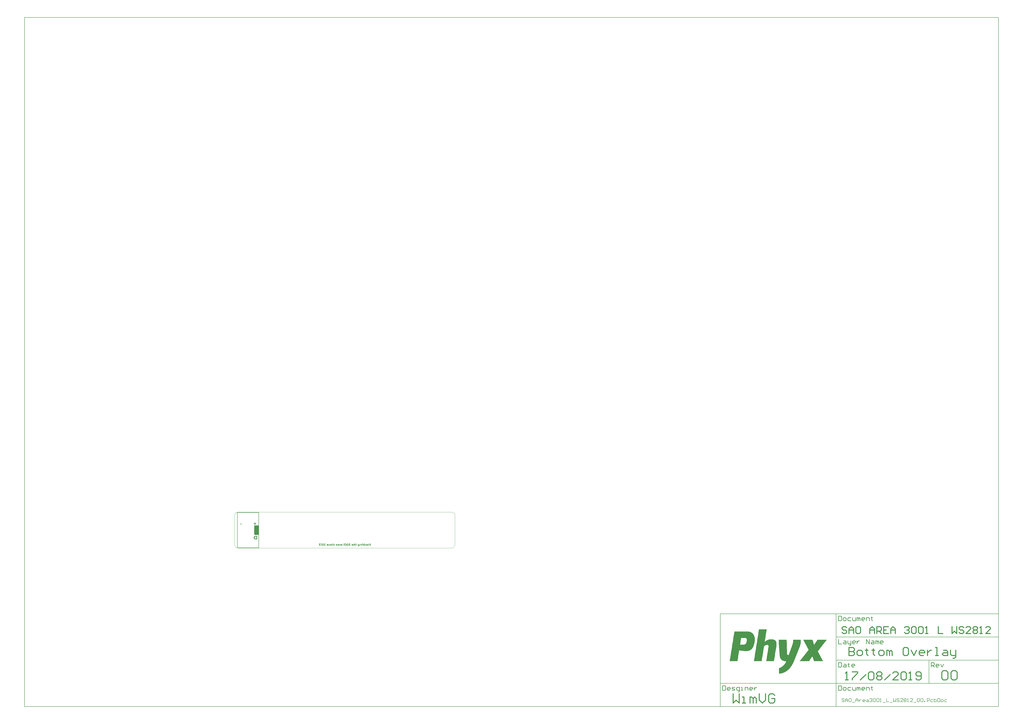
<source format=gbo>
G04*
G04 #@! TF.GenerationSoftware,Altium Limited,Altium Designer,18.1.7 (191)*
G04*
G04 Layer_Color=32896*
%FSLAX25Y25*%
%MOIN*%
G70*
G01*
G75*
%ADD10C,0.01575*%
%ADD12C,0.00787*%
%ADD15C,0.00394*%
%ADD16C,0.00984*%
%ADD28R,0.07480X0.16142*%
G36*
X11971Y40285D02*
X9544D01*
Y41356D01*
X11971D01*
Y40285D01*
D02*
G37*
G36*
X34931Y41898D02*
X36417D01*
Y40859D01*
X34931D01*
Y39406D01*
X33827D01*
Y40859D01*
X32340D01*
Y41898D01*
X33827D01*
Y43352D01*
X34931D01*
Y41898D01*
D02*
G37*
G36*
X38386Y14764D02*
X35664D01*
X35304Y14775D01*
X34976Y14818D01*
X34681Y14884D01*
X34549Y14917D01*
X34429Y14950D01*
X34320Y14982D01*
X34222Y15015D01*
X34134Y15048D01*
X34069Y15081D01*
X34014Y15103D01*
X33970Y15124D01*
X33948Y15135D01*
X33937D01*
X33675Y15288D01*
X33435Y15452D01*
X33238Y15627D01*
X33074Y15791D01*
X32943Y15944D01*
X32844Y16064D01*
X32811Y16108D01*
X32790Y16141D01*
X32768Y16163D01*
Y16174D01*
X32626Y16436D01*
X32527Y16709D01*
X32451Y16972D01*
X32407Y17223D01*
X32385Y17332D01*
X32374Y17442D01*
X32363Y17529D01*
Y17606D01*
X32353Y17671D01*
Y17715D01*
Y17748D01*
Y17759D01*
X32374Y18087D01*
X32418Y18382D01*
X32484Y18644D01*
X32560Y18873D01*
X32604Y18972D01*
X32637Y19059D01*
X32669Y19136D01*
X32702Y19201D01*
X32724Y19256D01*
X32746Y19289D01*
X32768Y19311D01*
Y19322D01*
X32932Y19562D01*
X33128Y19770D01*
X33325Y19955D01*
X33511Y20098D01*
X33675Y20218D01*
X33751Y20262D01*
X33817Y20305D01*
X33861Y20327D01*
X33904Y20349D01*
X33926Y20371D01*
X33937D01*
X34222Y20502D01*
X34517Y20590D01*
X34812Y20655D01*
X35074Y20710D01*
X35205Y20721D01*
X35315Y20732D01*
X35413Y20742D01*
X35500D01*
X35566Y20753D01*
X38386D01*
Y14764D01*
D02*
G37*
G36*
X216813Y8024D02*
X216885Y8010D01*
X216944Y7991D01*
X216997Y7965D01*
X217043Y7938D01*
X217069Y7919D01*
X217089Y7906D01*
X217095Y7899D01*
X217141Y7853D01*
X217174Y7801D01*
X217200Y7742D01*
X217213Y7696D01*
X217227Y7650D01*
X217233Y7617D01*
Y7591D01*
Y7584D01*
X217227Y7519D01*
X217213Y7453D01*
X217187Y7400D01*
X217161Y7355D01*
X217141Y7315D01*
X217115Y7289D01*
X217102Y7269D01*
X217095Y7263D01*
X217043Y7217D01*
X216984Y7184D01*
X216918Y7164D01*
X216866Y7151D01*
X216813Y7138D01*
X216774Y7131D01*
X216735D01*
X216656Y7138D01*
X216584Y7151D01*
X216525Y7171D01*
X216472Y7197D01*
X216426Y7223D01*
X216400Y7243D01*
X216380Y7256D01*
X216374Y7263D01*
X216328Y7315D01*
X216295Y7368D01*
X216269Y7427D01*
X216256Y7479D01*
X216243Y7525D01*
X216236Y7564D01*
Y7591D01*
Y7597D01*
X216243Y7663D01*
X216256Y7722D01*
X216282Y7774D01*
X216302Y7820D01*
X216328Y7860D01*
X216354Y7886D01*
X216367Y7899D01*
X216374Y7906D01*
X216426Y7945D01*
X216485Y7978D01*
X216551Y7997D01*
X216603Y8017D01*
X216656Y8024D01*
X216695Y8030D01*
X216735D01*
X216813Y8024D01*
D02*
G37*
G36*
X166715D02*
X166787Y8010D01*
X166846Y7991D01*
X166898Y7965D01*
X166944Y7938D01*
X166970Y7919D01*
X166990Y7906D01*
X166997Y7899D01*
X167043Y7853D01*
X167075Y7801D01*
X167102Y7742D01*
X167115Y7696D01*
X167128Y7650D01*
X167134Y7617D01*
Y7591D01*
Y7584D01*
X167128Y7519D01*
X167115Y7453D01*
X167088Y7400D01*
X167062Y7355D01*
X167043Y7315D01*
X167016Y7289D01*
X167003Y7269D01*
X166997Y7263D01*
X166944Y7217D01*
X166885Y7184D01*
X166820Y7164D01*
X166767Y7151D01*
X166715Y7138D01*
X166675Y7131D01*
X166636D01*
X166557Y7138D01*
X166485Y7151D01*
X166426Y7171D01*
X166373Y7197D01*
X166328Y7223D01*
X166301Y7243D01*
X166282Y7256D01*
X166275Y7263D01*
X166229Y7315D01*
X166196Y7368D01*
X166170Y7427D01*
X166157Y7479D01*
X166144Y7525D01*
X166137Y7564D01*
Y7591D01*
Y7597D01*
X166144Y7663D01*
X166157Y7722D01*
X166183Y7774D01*
X166203Y7820D01*
X166229Y7860D01*
X166255Y7886D01*
X166268Y7899D01*
X166275Y7906D01*
X166328Y7945D01*
X166386Y7978D01*
X166452Y7997D01*
X166505Y8017D01*
X166557Y8024D01*
X166596Y8030D01*
X166636D01*
X166715Y8024D01*
D02*
G37*
G36*
X153319Y7637D02*
X153476Y7617D01*
X153621Y7584D01*
X153745Y7558D01*
X153850Y7525D01*
X153896Y7505D01*
X153929Y7492D01*
X153955Y7486D01*
X153975Y7473D01*
X153988Y7466D01*
X153995D01*
X154126Y7394D01*
X154237Y7315D01*
X154336Y7230D01*
X154421Y7151D01*
X154487Y7086D01*
X154533Y7027D01*
X154559Y6987D01*
X154572Y6981D01*
Y6974D01*
X153962Y6587D01*
X153909Y6653D01*
X153857Y6705D01*
X153804Y6751D01*
X153759Y6790D01*
X153713Y6817D01*
X153680Y6836D01*
X153654Y6849D01*
X153647Y6856D01*
X153575Y6889D01*
X153503Y6909D01*
X153430Y6928D01*
X153365Y6935D01*
X153306Y6941D01*
X153260Y6948D01*
X153221D01*
X153122Y6941D01*
X153037Y6928D01*
X152965Y6909D01*
X152899Y6889D01*
X152853Y6869D01*
X152820Y6849D01*
X152801Y6836D01*
X152794Y6830D01*
X152742Y6784D01*
X152709Y6725D01*
X152683Y6672D01*
X152663Y6620D01*
X152650Y6567D01*
X152643Y6528D01*
Y6502D01*
Y6495D01*
Y6443D01*
X152656Y6390D01*
X152670Y6338D01*
X152683Y6292D01*
X152696Y6252D01*
X152709Y6220D01*
X152716Y6200D01*
X152722Y6193D01*
X152755Y6134D01*
X152801Y6075D01*
X152847Y6016D01*
X152899Y5957D01*
X152945Y5905D01*
X152984Y5865D01*
X153011Y5839D01*
X153017Y5833D01*
X154408Y4527D01*
Y3989D01*
X151686D01*
Y4665D01*
X153234D01*
X152407Y5446D01*
X152283Y5564D01*
X152184Y5675D01*
X152099Y5774D01*
X152033Y5859D01*
X151987Y5931D01*
X151954Y5984D01*
X151935Y6016D01*
X151928Y6029D01*
X151889Y6128D01*
X151856Y6226D01*
X151836Y6318D01*
X151817Y6403D01*
X151810Y6476D01*
X151804Y6528D01*
Y6567D01*
Y6581D01*
X151810Y6699D01*
X151830Y6803D01*
X151856Y6895D01*
X151889Y6981D01*
X151922Y7046D01*
X151948Y7099D01*
X151968Y7125D01*
X151974Y7138D01*
X152040Y7223D01*
X152119Y7302D01*
X152191Y7361D01*
X152269Y7414D01*
X152335Y7459D01*
X152387Y7486D01*
X152427Y7505D01*
X152433Y7512D01*
X152440D01*
X152558Y7558D01*
X152676Y7591D01*
X152794Y7610D01*
X152906Y7630D01*
X152998Y7637D01*
X153076Y7643D01*
X153142D01*
X153319Y7637D01*
D02*
G37*
G36*
X204749Y3989D02*
X203949D01*
Y5354D01*
X203942Y5485D01*
X203923Y5596D01*
X203890Y5688D01*
X203857Y5767D01*
X203831Y5826D01*
X203798Y5872D01*
X203779Y5898D01*
X203772Y5905D01*
X203700Y5970D01*
X203621Y6016D01*
X203536Y6049D01*
X203457Y6069D01*
X203392Y6089D01*
X203339Y6095D01*
X203287D01*
X203188Y6089D01*
X203103Y6069D01*
X203037Y6042D01*
X202978Y6016D01*
X202932Y5984D01*
X202900Y5957D01*
X202880Y5938D01*
X202873Y5931D01*
X202827Y5865D01*
X202788Y5787D01*
X202762Y5708D01*
X202749Y5629D01*
X202735Y5557D01*
X202729Y5498D01*
Y5459D01*
Y5452D01*
Y5446D01*
Y3989D01*
X201922D01*
Y5570D01*
X201929Y5682D01*
X201935Y5780D01*
X201948Y5878D01*
X201975Y5970D01*
X201994Y6049D01*
X202020Y6121D01*
X202053Y6193D01*
X202080Y6252D01*
X202112Y6305D01*
X202138Y6351D01*
X202171Y6390D01*
X202191Y6423D01*
X202211Y6449D01*
X202230Y6469D01*
X202237Y6476D01*
X202243Y6482D01*
X202303Y6534D01*
X202368Y6587D01*
X202506Y6659D01*
X202644Y6718D01*
X202775Y6751D01*
X202893Y6777D01*
X202939Y6784D01*
X202985D01*
X203018Y6790D01*
X203070D01*
X203168Y6784D01*
X203260Y6777D01*
X203346Y6764D01*
X203418Y6751D01*
X203483Y6731D01*
X203529Y6718D01*
X203555Y6712D01*
X203569Y6705D01*
X203647Y6672D01*
X203719Y6633D01*
X203785Y6594D01*
X203844Y6554D01*
X203890Y6515D01*
X203923Y6489D01*
X203942Y6469D01*
X203949Y6462D01*
Y7794D01*
X204749D01*
Y3989D01*
D02*
G37*
G36*
X211001Y6784D02*
X211132Y6764D01*
X211250Y6738D01*
X211355Y6705D01*
X211441Y6672D01*
X211506Y6646D01*
X211526Y6633D01*
X211546Y6626D01*
X211552Y6620D01*
X211559D01*
X211670Y6554D01*
X211769Y6476D01*
X211854Y6403D01*
X211926Y6325D01*
X211985Y6259D01*
X212024Y6207D01*
X212051Y6167D01*
X212057Y6161D01*
Y6154D01*
X212116Y6036D01*
X212162Y5918D01*
X212195Y5800D01*
X212215Y5688D01*
X212228Y5596D01*
X212241Y5518D01*
Y5491D01*
Y5472D01*
Y5459D01*
Y5452D01*
X212234Y5308D01*
X212215Y5177D01*
X212182Y5059D01*
X212149Y4960D01*
X212116Y4875D01*
X212084Y4809D01*
X212064Y4770D01*
X212057Y4763D01*
Y4757D01*
X211985Y4652D01*
X211900Y4553D01*
X211821Y4475D01*
X211736Y4409D01*
X211670Y4357D01*
X211611Y4317D01*
X211572Y4291D01*
X211565Y4284D01*
X211559D01*
X211441Y4232D01*
X211316Y4193D01*
X211198Y4160D01*
X211093Y4140D01*
X211001Y4127D01*
X210929Y4121D01*
X210863D01*
X210758Y4127D01*
X210666Y4134D01*
X210489Y4173D01*
X210338Y4225D01*
X210273Y4258D01*
X210214Y4291D01*
X210161Y4324D01*
X210116Y4357D01*
X210076Y4383D01*
X210050Y4409D01*
X210024Y4429D01*
X210004Y4448D01*
X209997Y4455D01*
X209991Y4462D01*
Y4343D01*
X209997Y4212D01*
X210024Y4101D01*
X210050Y4002D01*
X210089Y3924D01*
X210122Y3865D01*
X210155Y3819D01*
X210181Y3793D01*
X210188Y3786D01*
X210273Y3720D01*
X210365Y3674D01*
X210470Y3642D01*
X210568Y3622D01*
X210653Y3609D01*
X210732Y3596D01*
X210798D01*
X210896Y3602D01*
X210995Y3609D01*
X211086Y3622D01*
X211165Y3642D01*
X211237Y3655D01*
X211290Y3668D01*
X211322Y3674D01*
X211336Y3681D01*
X211434Y3714D01*
X211519Y3753D01*
X211592Y3793D01*
X211657Y3825D01*
X211710Y3858D01*
X211742Y3884D01*
X211769Y3904D01*
X211775Y3911D01*
X212097Y3333D01*
X212005Y3268D01*
X211906Y3215D01*
X211801Y3163D01*
X211710Y3123D01*
X211624Y3091D01*
X211559Y3071D01*
X211532Y3064D01*
X211513Y3058D01*
X211506Y3051D01*
X211500D01*
X211362Y3018D01*
X211231Y2992D01*
X211100Y2979D01*
X210981Y2966D01*
X210883Y2959D01*
X210844Y2953D01*
X210739D01*
X210601Y2959D01*
X210470Y2966D01*
X210352Y2986D01*
X210240Y3012D01*
X210135Y3038D01*
X210037Y3071D01*
X209951Y3104D01*
X209873Y3143D01*
X209807Y3176D01*
X209748Y3209D01*
X209696Y3241D01*
X209656Y3268D01*
X209624Y3294D01*
X209604Y3314D01*
X209591Y3320D01*
X209584Y3327D01*
X209512Y3399D01*
X209453Y3478D01*
X209400Y3569D01*
X209354Y3655D01*
X209315Y3753D01*
X209289Y3845D01*
X209236Y4029D01*
X209223Y4114D01*
X209210Y4193D01*
X209204Y4265D01*
X209197Y4324D01*
X209191Y4376D01*
Y4416D01*
Y4442D01*
Y4448D01*
Y6751D01*
X209945D01*
Y6397D01*
X210004Y6469D01*
X210076Y6528D01*
X210148Y6581D01*
X210220Y6626D01*
X210299Y6666D01*
X210371Y6692D01*
X210522Y6745D01*
X210653Y6771D01*
X210712Y6777D01*
X210765Y6784D01*
X210804Y6790D01*
X210863D01*
X211001Y6784D01*
D02*
G37*
G36*
X230832Y3989D02*
X229999D01*
Y5459D01*
X228365D01*
Y3989D01*
X227532D01*
Y7584D01*
X228365D01*
Y6161D01*
X229999D01*
Y7584D01*
X230832D01*
Y3989D01*
D02*
G37*
G36*
X225741Y6784D02*
X225859Y6777D01*
X225971Y6764D01*
X226069Y6745D01*
X226148Y6725D01*
X226214Y6712D01*
X226253Y6705D01*
X226260Y6699D01*
X226266D01*
X226378Y6666D01*
X226483Y6626D01*
X226574Y6587D01*
X226653Y6548D01*
X226719Y6508D01*
X226771Y6482D01*
X226798Y6462D01*
X226811Y6456D01*
X226522Y5898D01*
X226404Y5977D01*
X226338Y6010D01*
X226286Y6036D01*
X226233Y6056D01*
X226194Y6069D01*
X226168Y6082D01*
X226161D01*
X226082Y6108D01*
X226004Y6121D01*
X225932Y6134D01*
X225866Y6148D01*
X225807D01*
X225768Y6154D01*
X225728D01*
X225617Y6148D01*
X225518Y6134D01*
X225433Y6108D01*
X225367Y6082D01*
X225315Y6056D01*
X225276Y6029D01*
X225256Y6016D01*
X225249Y6010D01*
X225197Y5951D01*
X225158Y5892D01*
X225131Y5826D01*
X225112Y5760D01*
X225098Y5701D01*
X225092Y5655D01*
Y5623D01*
Y5610D01*
X225840D01*
X225938Y5603D01*
X226037Y5590D01*
X226122Y5577D01*
X226207Y5557D01*
X226279Y5537D01*
X226345Y5518D01*
X226404Y5498D01*
X226456Y5478D01*
X226502Y5459D01*
X226542Y5439D01*
X226568Y5419D01*
X226594Y5406D01*
X226614Y5393D01*
X226620Y5387D01*
X226627D01*
X226679Y5347D01*
X226719Y5301D01*
X226791Y5203D01*
X226844Y5098D01*
X226876Y5006D01*
X226903Y4914D01*
X226909Y4849D01*
X226916Y4822D01*
Y4803D01*
Y4790D01*
Y4783D01*
X226909Y4698D01*
X226896Y4612D01*
X226876Y4540D01*
X226850Y4475D01*
X226830Y4422D01*
X226811Y4383D01*
X226798Y4357D01*
X226791Y4350D01*
X226739Y4284D01*
X226686Y4225D01*
X226627Y4173D01*
X226568Y4134D01*
X226516Y4101D01*
X226476Y4075D01*
X226450Y4061D01*
X226437Y4055D01*
X226345Y4022D01*
X226247Y3996D01*
X226155Y3976D01*
X226069Y3963D01*
X225991Y3957D01*
X225932Y3950D01*
X225879D01*
X225768Y3957D01*
X225663Y3970D01*
X225571Y3983D01*
X225486Y4009D01*
X225413Y4035D01*
X225341Y4068D01*
X225282Y4107D01*
X225230Y4140D01*
X225184Y4173D01*
X225144Y4212D01*
X225112Y4245D01*
X225085Y4271D01*
X225066Y4298D01*
X225053Y4317D01*
X225040Y4324D01*
Y3989D01*
X224285D01*
Y5564D01*
X224292Y5675D01*
X224298Y5780D01*
X224318Y5878D01*
X224338Y5970D01*
X224364Y6049D01*
X224397Y6128D01*
X224429Y6193D01*
X224456Y6252D01*
X224488Y6305D01*
X224521Y6357D01*
X224554Y6390D01*
X224580Y6423D01*
X224600Y6449D01*
X224620Y6469D01*
X224626Y6476D01*
X224633Y6482D01*
X224698Y6534D01*
X224770Y6587D01*
X224928Y6659D01*
X225092Y6718D01*
X225249Y6751D01*
X225328Y6764D01*
X225394Y6777D01*
X225459Y6784D01*
X225512D01*
X225558Y6790D01*
X225617D01*
X225741Y6784D01*
D02*
G37*
G36*
X182019D02*
X182137Y6777D01*
X182249Y6764D01*
X182347Y6745D01*
X182426Y6725D01*
X182491Y6712D01*
X182531Y6705D01*
X182537Y6699D01*
X182544D01*
X182655Y6666D01*
X182760Y6626D01*
X182852Y6587D01*
X182931Y6548D01*
X182996Y6508D01*
X183049Y6482D01*
X183075Y6462D01*
X183088Y6456D01*
X182800Y5898D01*
X182682Y5977D01*
X182616Y6010D01*
X182563Y6036D01*
X182511Y6056D01*
X182472Y6069D01*
X182445Y6082D01*
X182439D01*
X182360Y6108D01*
X182281Y6121D01*
X182209Y6134D01*
X182144Y6148D01*
X182085D01*
X182045Y6154D01*
X182006D01*
X181894Y6148D01*
X181796Y6134D01*
X181711Y6108D01*
X181645Y6082D01*
X181593Y6056D01*
X181553Y6029D01*
X181534Y6016D01*
X181527Y6010D01*
X181474Y5951D01*
X181435Y5892D01*
X181409Y5826D01*
X181389Y5760D01*
X181376Y5701D01*
X181370Y5655D01*
Y5623D01*
Y5610D01*
X182117D01*
X182216Y5603D01*
X182314Y5590D01*
X182399Y5577D01*
X182485Y5557D01*
X182557Y5537D01*
X182623Y5518D01*
X182682Y5498D01*
X182734Y5478D01*
X182780Y5459D01*
X182819Y5439D01*
X182846Y5419D01*
X182872Y5406D01*
X182891Y5393D01*
X182898Y5387D01*
X182905D01*
X182957Y5347D01*
X182996Y5301D01*
X183069Y5203D01*
X183121Y5098D01*
X183154Y5006D01*
X183180Y4914D01*
X183187Y4849D01*
X183193Y4822D01*
Y4803D01*
Y4790D01*
Y4783D01*
X183187Y4698D01*
X183174Y4612D01*
X183154Y4540D01*
X183128Y4475D01*
X183108Y4422D01*
X183088Y4383D01*
X183075Y4357D01*
X183069Y4350D01*
X183016Y4284D01*
X182964Y4225D01*
X182905Y4173D01*
X182846Y4134D01*
X182793Y4101D01*
X182754Y4075D01*
X182728Y4061D01*
X182714Y4055D01*
X182623Y4022D01*
X182524Y3996D01*
X182432Y3976D01*
X182347Y3963D01*
X182268Y3957D01*
X182209Y3950D01*
X182157D01*
X182045Y3957D01*
X181940Y3970D01*
X181848Y3983D01*
X181763Y4009D01*
X181691Y4035D01*
X181619Y4068D01*
X181560Y4107D01*
X181507Y4140D01*
X181461Y4173D01*
X181422Y4212D01*
X181389Y4245D01*
X181363Y4271D01*
X181343Y4298D01*
X181330Y4317D01*
X181317Y4324D01*
Y3989D01*
X180563D01*
Y5564D01*
X180569Y5675D01*
X180576Y5780D01*
X180596Y5878D01*
X180615Y5970D01*
X180641Y6049D01*
X180674Y6128D01*
X180707Y6193D01*
X180733Y6252D01*
X180766Y6305D01*
X180799Y6357D01*
X180832Y6390D01*
X180858Y6423D01*
X180878Y6449D01*
X180897Y6469D01*
X180904Y6476D01*
X180910Y6482D01*
X180976Y6534D01*
X181048Y6587D01*
X181206Y6659D01*
X181370Y6718D01*
X181527Y6751D01*
X181606Y6764D01*
X181671Y6777D01*
X181737Y6784D01*
X181789D01*
X181835Y6790D01*
X181894D01*
X182019Y6784D01*
D02*
G37*
G36*
X173399D02*
X173517Y6777D01*
X173629Y6764D01*
X173727Y6745D01*
X173806Y6725D01*
X173872Y6712D01*
X173911Y6705D01*
X173917Y6699D01*
X173924D01*
X174036Y6666D01*
X174140Y6626D01*
X174232Y6587D01*
X174311Y6548D01*
X174377Y6508D01*
X174429Y6482D01*
X174455Y6462D01*
X174468Y6456D01*
X174180Y5898D01*
X174062Y5977D01*
X173996Y6010D01*
X173944Y6036D01*
X173891Y6056D01*
X173852Y6069D01*
X173826Y6082D01*
X173819D01*
X173740Y6108D01*
X173662Y6121D01*
X173589Y6134D01*
X173524Y6148D01*
X173465D01*
X173425Y6154D01*
X173386D01*
X173275Y6148D01*
X173176Y6134D01*
X173091Y6108D01*
X173025Y6082D01*
X172973Y6056D01*
X172933Y6029D01*
X172914Y6016D01*
X172907Y6010D01*
X172855Y5951D01*
X172815Y5892D01*
X172789Y5826D01*
X172769Y5760D01*
X172756Y5701D01*
X172750Y5655D01*
Y5623D01*
Y5610D01*
X173498D01*
X173596Y5603D01*
X173694Y5590D01*
X173780Y5577D01*
X173865Y5557D01*
X173937Y5537D01*
X174003Y5518D01*
X174062Y5498D01*
X174114Y5478D01*
X174160Y5459D01*
X174199Y5439D01*
X174226Y5419D01*
X174252Y5406D01*
X174272Y5393D01*
X174278Y5387D01*
X174285D01*
X174337Y5347D01*
X174377Y5301D01*
X174449Y5203D01*
X174501Y5098D01*
X174534Y5006D01*
X174560Y4914D01*
X174567Y4849D01*
X174573Y4822D01*
Y4803D01*
Y4790D01*
Y4783D01*
X174567Y4698D01*
X174554Y4612D01*
X174534Y4540D01*
X174508Y4475D01*
X174488Y4422D01*
X174468Y4383D01*
X174455Y4357D01*
X174449Y4350D01*
X174396Y4284D01*
X174344Y4225D01*
X174285Y4173D01*
X174226Y4134D01*
X174173Y4101D01*
X174134Y4075D01*
X174108Y4061D01*
X174094Y4055D01*
X174003Y4022D01*
X173904Y3996D01*
X173812Y3976D01*
X173727Y3963D01*
X173648Y3957D01*
X173589Y3950D01*
X173537D01*
X173425Y3957D01*
X173320Y3970D01*
X173229Y3983D01*
X173143Y4009D01*
X173071Y4035D01*
X172999Y4068D01*
X172940Y4107D01*
X172888Y4140D01*
X172842Y4173D01*
X172802Y4212D01*
X172769Y4245D01*
X172743Y4271D01*
X172723Y4298D01*
X172710Y4317D01*
X172697Y4324D01*
Y3989D01*
X171943D01*
Y5564D01*
X171949Y5675D01*
X171956Y5780D01*
X171976Y5878D01*
X171995Y5970D01*
X172022Y6049D01*
X172054Y6128D01*
X172087Y6193D01*
X172113Y6252D01*
X172146Y6305D01*
X172179Y6357D01*
X172212Y6390D01*
X172238Y6423D01*
X172258Y6449D01*
X172277Y6469D01*
X172284Y6476D01*
X172291Y6482D01*
X172356Y6534D01*
X172428Y6587D01*
X172586Y6659D01*
X172750Y6718D01*
X172907Y6751D01*
X172986Y6764D01*
X173052Y6777D01*
X173117Y6784D01*
X173170D01*
X173215Y6790D01*
X173275D01*
X173399Y6784D01*
D02*
G37*
G36*
X220526Y3989D02*
X219726D01*
Y4691D01*
X219339Y5072D01*
X218466Y3989D01*
X217495D01*
X218748Y5577D01*
X217600Y6751D01*
X218552D01*
X219726Y5642D01*
Y7794D01*
X220526D01*
Y3989D01*
D02*
G37*
G36*
X222389Y6784D02*
X222540Y6764D01*
X222678Y6731D01*
X222796Y6699D01*
X222888Y6666D01*
X222927Y6653D01*
X222960Y6633D01*
X222993Y6626D01*
X223012Y6613D01*
X223019Y6607D01*
X223026D01*
X223150Y6534D01*
X223255Y6449D01*
X223354Y6364D01*
X223426Y6285D01*
X223491Y6213D01*
X223531Y6154D01*
X223564Y6115D01*
X223570Y6108D01*
Y6102D01*
X223636Y5977D01*
X223682Y5852D01*
X223721Y5728D01*
X223741Y5616D01*
X223754Y5518D01*
X223760Y5472D01*
Y5439D01*
X223767Y5406D01*
Y5387D01*
Y5373D01*
Y5367D01*
X223760Y5216D01*
X223734Y5078D01*
X223701Y4954D01*
X223668Y4842D01*
X223629Y4757D01*
X223603Y4691D01*
X223590Y4665D01*
X223577Y4645D01*
X223570Y4639D01*
Y4632D01*
X223491Y4521D01*
X223399Y4416D01*
X223314Y4330D01*
X223222Y4258D01*
X223144Y4199D01*
X223085Y4160D01*
X223058Y4147D01*
X223039Y4134D01*
X223032Y4127D01*
X223026D01*
X222888Y4068D01*
X222750Y4022D01*
X222619Y3996D01*
X222494Y3970D01*
X222389Y3957D01*
X222343D01*
X222304Y3950D01*
X222232D01*
X222074Y3957D01*
X221930Y3976D01*
X221799Y4009D01*
X221687Y4042D01*
X221596Y4075D01*
X221530Y4107D01*
X221504Y4114D01*
X221484Y4127D01*
X221477Y4134D01*
X221471D01*
X221353Y4206D01*
X221254Y4291D01*
X221176Y4376D01*
X221110Y4462D01*
X221058Y4534D01*
X221018Y4593D01*
X220999Y4632D01*
X220992Y4639D01*
Y4645D01*
X221615Y4980D01*
X221655Y4914D01*
X221700Y4855D01*
X221753Y4803D01*
X221799Y4763D01*
X221851Y4724D01*
X221904Y4691D01*
X222002Y4645D01*
X222094Y4619D01*
X222166Y4606D01*
X222192Y4599D01*
X222232D01*
X222343Y4606D01*
X222448Y4632D01*
X222534Y4665D01*
X222612Y4704D01*
X222671Y4737D01*
X222717Y4770D01*
X222744Y4796D01*
X222757Y4803D01*
X222822Y4888D01*
X222875Y4980D01*
X222907Y5072D01*
X222934Y5164D01*
X222947Y5242D01*
X222953Y5308D01*
X222960Y5334D01*
Y5354D01*
Y5360D01*
Y5367D01*
X222953Y5491D01*
X222927Y5603D01*
X222894Y5701D01*
X222855Y5780D01*
X222822Y5839D01*
X222789Y5885D01*
X222763Y5918D01*
X222757Y5925D01*
X222671Y5997D01*
X222586Y6049D01*
X222501Y6082D01*
X222415Y6108D01*
X222343Y6121D01*
X222284Y6134D01*
X222232D01*
X222160Y6128D01*
X222088Y6121D01*
X222022Y6102D01*
X221963Y6075D01*
X221858Y6016D01*
X221773Y5944D01*
X221700Y5872D01*
X221655Y5813D01*
X221635Y5787D01*
X221622Y5774D01*
X221615Y5760D01*
Y5754D01*
X220992Y6089D01*
X221058Y6207D01*
X221130Y6312D01*
X221208Y6397D01*
X221287Y6476D01*
X221359Y6528D01*
X221418Y6574D01*
X221458Y6600D01*
X221464Y6607D01*
X221471D01*
X221596Y6666D01*
X221727Y6712D01*
X221851Y6745D01*
X221969Y6771D01*
X222074Y6784D01*
X222120D01*
X222160Y6790D01*
X222232D01*
X222389Y6784D01*
D02*
G37*
G36*
X160765D02*
X160916Y6764D01*
X161053Y6731D01*
X161171Y6699D01*
X161263Y6666D01*
X161302Y6653D01*
X161335Y6633D01*
X161368Y6626D01*
X161388Y6613D01*
X161394Y6607D01*
X161401D01*
X161526Y6534D01*
X161630Y6449D01*
X161729Y6364D01*
X161801Y6285D01*
X161867Y6213D01*
X161906Y6154D01*
X161939Y6115D01*
X161945Y6108D01*
Y6102D01*
X162011Y5977D01*
X162057Y5852D01*
X162096Y5728D01*
X162116Y5616D01*
X162129Y5518D01*
X162136Y5472D01*
Y5439D01*
X162142Y5406D01*
Y5387D01*
Y5373D01*
Y5367D01*
X162136Y5216D01*
X162109Y5078D01*
X162077Y4954D01*
X162044Y4842D01*
X162004Y4757D01*
X161978Y4691D01*
X161965Y4665D01*
X161952Y4645D01*
X161945Y4639D01*
Y4632D01*
X161867Y4521D01*
X161775Y4416D01*
X161690Y4330D01*
X161598Y4258D01*
X161519Y4199D01*
X161460Y4160D01*
X161434Y4147D01*
X161414Y4134D01*
X161407Y4127D01*
X161401D01*
X161263Y4068D01*
X161125Y4022D01*
X160994Y3996D01*
X160870Y3970D01*
X160765Y3957D01*
X160719D01*
X160679Y3950D01*
X160607D01*
X160450Y3957D01*
X160305Y3976D01*
X160174Y4009D01*
X160063Y4042D01*
X159971Y4075D01*
X159905Y4107D01*
X159879Y4114D01*
X159859Y4127D01*
X159853Y4134D01*
X159846D01*
X159728Y4206D01*
X159630Y4291D01*
X159551Y4376D01*
X159485Y4462D01*
X159433Y4534D01*
X159394Y4593D01*
X159374Y4632D01*
X159367Y4639D01*
Y4645D01*
X159991Y4980D01*
X160030Y4914D01*
X160076Y4855D01*
X160128Y4803D01*
X160174Y4763D01*
X160227Y4724D01*
X160279Y4691D01*
X160378Y4645D01*
X160469Y4619D01*
X160542Y4606D01*
X160568Y4599D01*
X160607D01*
X160719Y4606D01*
X160824Y4632D01*
X160909Y4665D01*
X160988Y4704D01*
X161047Y4737D01*
X161093Y4770D01*
X161119Y4796D01*
X161132Y4803D01*
X161198Y4888D01*
X161250Y4980D01*
X161283Y5072D01*
X161309Y5164D01*
X161322Y5242D01*
X161329Y5308D01*
X161335Y5334D01*
Y5354D01*
Y5360D01*
Y5367D01*
X161329Y5491D01*
X161302Y5603D01*
X161270Y5701D01*
X161230Y5780D01*
X161198Y5839D01*
X161165Y5885D01*
X161138Y5918D01*
X161132Y5925D01*
X161047Y5997D01*
X160961Y6049D01*
X160876Y6082D01*
X160791Y6108D01*
X160719Y6121D01*
X160660Y6134D01*
X160607D01*
X160535Y6128D01*
X160463Y6121D01*
X160397Y6102D01*
X160338Y6075D01*
X160233Y6016D01*
X160148Y5944D01*
X160076Y5872D01*
X160030Y5813D01*
X160010Y5787D01*
X159997Y5774D01*
X159991Y5760D01*
Y5754D01*
X159367Y6089D01*
X159433Y6207D01*
X159505Y6312D01*
X159584Y6397D01*
X159662Y6476D01*
X159735Y6528D01*
X159794Y6574D01*
X159833Y6600D01*
X159840Y6607D01*
X159846D01*
X159971Y6666D01*
X160102Y6712D01*
X160227Y6745D01*
X160345Y6771D01*
X160450Y6784D01*
X160496D01*
X160535Y6790D01*
X160607D01*
X160765Y6784D01*
D02*
G37*
G36*
X200085D02*
X200230Y6764D01*
X200354Y6731D01*
X200466Y6699D01*
X200558Y6666D01*
X200630Y6633D01*
X200656Y6626D01*
X200676Y6613D01*
X200682Y6607D01*
X200689D01*
X200807Y6534D01*
X200912Y6449D01*
X201004Y6364D01*
X201076Y6285D01*
X201135Y6207D01*
X201181Y6148D01*
X201207Y6108D01*
X201214Y6102D01*
Y6095D01*
X201279Y5970D01*
X201325Y5846D01*
X201358Y5721D01*
X201378Y5610D01*
X201391Y5511D01*
X201397Y5472D01*
X201404Y5432D01*
Y5406D01*
Y5387D01*
Y5373D01*
Y5367D01*
X201397Y5216D01*
X201371Y5078D01*
X201345Y4954D01*
X201305Y4842D01*
X201273Y4757D01*
X201240Y4691D01*
X201233Y4665D01*
X201220Y4645D01*
X201214Y4639D01*
Y4632D01*
X201135Y4521D01*
X201043Y4416D01*
X200951Y4330D01*
X200859Y4258D01*
X200781Y4199D01*
X200715Y4160D01*
X200689Y4147D01*
X200669Y4134D01*
X200662Y4127D01*
X200656D01*
X200518Y4068D01*
X200374Y4022D01*
X200236Y3996D01*
X200105Y3970D01*
X199993Y3957D01*
X199948D01*
X199908Y3950D01*
X199829D01*
X199692Y3957D01*
X199567Y3970D01*
X199449Y3989D01*
X199337Y4022D01*
X199232Y4055D01*
X199141Y4088D01*
X199055Y4127D01*
X198977Y4173D01*
X198911Y4212D01*
X198852Y4252D01*
X198800Y4284D01*
X198760Y4324D01*
X198727Y4350D01*
X198708Y4370D01*
X198695Y4383D01*
X198688Y4389D01*
X199114Y4855D01*
X199167Y4809D01*
X199226Y4763D01*
X199278Y4730D01*
X199324Y4704D01*
X199370Y4678D01*
X199403Y4665D01*
X199423Y4658D01*
X199429Y4652D01*
X199560Y4612D01*
X199619Y4599D01*
X199679Y4593D01*
X199731D01*
X199770Y4586D01*
X199810D01*
X199921Y4593D01*
X200026Y4612D01*
X200112Y4632D01*
X200190Y4665D01*
X200249Y4691D01*
X200295Y4711D01*
X200321Y4730D01*
X200335Y4737D01*
X200407Y4796D01*
X200466Y4862D01*
X200512Y4934D01*
X200544Y5000D01*
X200571Y5052D01*
X200590Y5104D01*
X200604Y5131D01*
Y5144D01*
X198511D01*
X198504Y5209D01*
X198498Y5262D01*
Y5301D01*
X198491Y5328D01*
Y5347D01*
Y5354D01*
Y5360D01*
X198498Y5518D01*
X198517Y5655D01*
X198550Y5787D01*
X198583Y5898D01*
X198622Y5990D01*
X198649Y6056D01*
X198662Y6082D01*
X198675Y6102D01*
X198681Y6108D01*
Y6115D01*
X198760Y6233D01*
X198845Y6331D01*
X198931Y6417D01*
X199009Y6489D01*
X199088Y6541D01*
X199147Y6581D01*
X199187Y6607D01*
X199193Y6613D01*
X199200D01*
X199324Y6672D01*
X199455Y6718D01*
X199574Y6745D01*
X199692Y6771D01*
X199790Y6784D01*
X199829D01*
X199862Y6790D01*
X199934D01*
X200085Y6784D01*
D02*
G37*
G36*
X176515D02*
X176660Y6764D01*
X176784Y6731D01*
X176896Y6699D01*
X176988Y6666D01*
X177060Y6633D01*
X177086Y6626D01*
X177106Y6613D01*
X177112Y6607D01*
X177119D01*
X177237Y6534D01*
X177342Y6449D01*
X177434Y6364D01*
X177506Y6285D01*
X177565Y6207D01*
X177611Y6148D01*
X177637Y6108D01*
X177644Y6102D01*
Y6095D01*
X177709Y5970D01*
X177755Y5846D01*
X177788Y5721D01*
X177807Y5610D01*
X177821Y5511D01*
X177827Y5472D01*
X177834Y5432D01*
Y5406D01*
Y5387D01*
Y5373D01*
Y5367D01*
X177827Y5216D01*
X177801Y5078D01*
X177775Y4954D01*
X177735Y4842D01*
X177702Y4757D01*
X177670Y4691D01*
X177663Y4665D01*
X177650Y4645D01*
X177644Y4639D01*
Y4632D01*
X177565Y4521D01*
X177473Y4416D01*
X177381Y4330D01*
X177289Y4258D01*
X177210Y4199D01*
X177145Y4160D01*
X177119Y4147D01*
X177099Y4134D01*
X177092Y4127D01*
X177086D01*
X176948Y4068D01*
X176804Y4022D01*
X176666Y3996D01*
X176535Y3970D01*
X176423Y3957D01*
X176377D01*
X176338Y3950D01*
X176259D01*
X176122Y3957D01*
X175997Y3970D01*
X175879Y3989D01*
X175767Y4022D01*
X175662Y4055D01*
X175570Y4088D01*
X175485Y4127D01*
X175407Y4173D01*
X175341Y4212D01*
X175282Y4252D01*
X175229Y4284D01*
X175190Y4324D01*
X175157Y4350D01*
X175138Y4370D01*
X175124Y4383D01*
X175118Y4389D01*
X175544Y4855D01*
X175597Y4809D01*
X175656Y4763D01*
X175708Y4730D01*
X175754Y4704D01*
X175800Y4678D01*
X175833Y4665D01*
X175853Y4658D01*
X175859Y4652D01*
X175990Y4612D01*
X176049Y4599D01*
X176108Y4593D01*
X176161D01*
X176200Y4586D01*
X176240D01*
X176351Y4593D01*
X176456Y4612D01*
X176541Y4632D01*
X176620Y4665D01*
X176679Y4691D01*
X176725Y4711D01*
X176751Y4730D01*
X176764Y4737D01*
X176837Y4796D01*
X176896Y4862D01*
X176942Y4934D01*
X176974Y5000D01*
X177001Y5052D01*
X177020Y5104D01*
X177033Y5131D01*
Y5144D01*
X174941D01*
X174934Y5209D01*
X174928Y5262D01*
Y5301D01*
X174921Y5328D01*
Y5347D01*
Y5354D01*
Y5360D01*
X174928Y5518D01*
X174947Y5655D01*
X174980Y5787D01*
X175013Y5898D01*
X175052Y5990D01*
X175078Y6056D01*
X175092Y6082D01*
X175105Y6102D01*
X175111Y6108D01*
Y6115D01*
X175190Y6233D01*
X175275Y6331D01*
X175361Y6417D01*
X175439Y6489D01*
X175518Y6541D01*
X175577Y6581D01*
X175616Y6607D01*
X175623Y6613D01*
X175630D01*
X175754Y6672D01*
X175885Y6718D01*
X176004Y6745D01*
X176122Y6771D01*
X176220Y6784D01*
X176259D01*
X176292Y6790D01*
X176364D01*
X176515Y6784D01*
D02*
G37*
G36*
X157786D02*
X157931Y6764D01*
X158055Y6731D01*
X158167Y6699D01*
X158259Y6666D01*
X158331Y6633D01*
X158357Y6626D01*
X158377Y6613D01*
X158383Y6607D01*
X158390D01*
X158508Y6534D01*
X158613Y6449D01*
X158705Y6364D01*
X158777Y6285D01*
X158836Y6207D01*
X158882Y6148D01*
X158908Y6108D01*
X158915Y6102D01*
Y6095D01*
X158980Y5970D01*
X159026Y5846D01*
X159059Y5721D01*
X159079Y5610D01*
X159092Y5511D01*
X159098Y5472D01*
X159105Y5432D01*
Y5406D01*
Y5387D01*
Y5373D01*
Y5367D01*
X159098Y5216D01*
X159072Y5078D01*
X159046Y4954D01*
X159007Y4842D01*
X158974Y4757D01*
X158941Y4691D01*
X158934Y4665D01*
X158921Y4645D01*
X158915Y4639D01*
Y4632D01*
X158836Y4521D01*
X158744Y4416D01*
X158652Y4330D01*
X158560Y4258D01*
X158482Y4199D01*
X158416Y4160D01*
X158390Y4147D01*
X158370Y4134D01*
X158364Y4127D01*
X158357D01*
X158219Y4068D01*
X158075Y4022D01*
X157937Y3996D01*
X157806Y3970D01*
X157694Y3957D01*
X157649D01*
X157609Y3950D01*
X157530D01*
X157393Y3957D01*
X157268Y3970D01*
X157150Y3989D01*
X157038Y4022D01*
X156934Y4055D01*
X156842Y4088D01*
X156756Y4127D01*
X156678Y4173D01*
X156612Y4212D01*
X156553Y4252D01*
X156501Y4284D01*
X156461Y4324D01*
X156428Y4350D01*
X156409Y4370D01*
X156396Y4383D01*
X156389Y4389D01*
X156816Y4855D01*
X156868Y4809D01*
X156927Y4763D01*
X156980Y4730D01*
X157025Y4704D01*
X157071Y4678D01*
X157104Y4665D01*
X157124Y4658D01*
X157130Y4652D01*
X157262Y4612D01*
X157321Y4599D01*
X157380Y4593D01*
X157432D01*
X157472Y4586D01*
X157511D01*
X157622Y4593D01*
X157727Y4612D01*
X157813Y4632D01*
X157891Y4665D01*
X157950Y4691D01*
X157996Y4711D01*
X158022Y4730D01*
X158036Y4737D01*
X158108Y4796D01*
X158167Y4862D01*
X158213Y4934D01*
X158246Y5000D01*
X158272Y5052D01*
X158291Y5104D01*
X158305Y5131D01*
Y5144D01*
X156212D01*
X156205Y5209D01*
X156199Y5262D01*
Y5301D01*
X156192Y5328D01*
Y5347D01*
Y5354D01*
Y5360D01*
X156199Y5518D01*
X156219Y5655D01*
X156251Y5787D01*
X156284Y5898D01*
X156324Y5990D01*
X156350Y6056D01*
X156363Y6082D01*
X156376Y6102D01*
X156383Y6108D01*
Y6115D01*
X156461Y6233D01*
X156546Y6331D01*
X156632Y6417D01*
X156711Y6489D01*
X156789Y6541D01*
X156848Y6581D01*
X156888Y6607D01*
X156894Y6613D01*
X156901D01*
X157025Y6672D01*
X157157Y6718D01*
X157275Y6745D01*
X157393Y6771D01*
X157491Y6784D01*
X157530D01*
X157563Y6790D01*
X157635D01*
X157786Y6784D01*
D02*
G37*
G36*
X206888Y6685D02*
X207314D01*
Y6069D01*
X206888D01*
Y4934D01*
X206875Y4763D01*
X206849Y4612D01*
X206803Y4488D01*
X206750Y4383D01*
X206704Y4304D01*
X206658Y4245D01*
X206632Y4212D01*
X206619Y4199D01*
X206507Y4114D01*
X206389Y4055D01*
X206258Y4009D01*
X206140Y3983D01*
X206029Y3963D01*
X205983Y3957D01*
X205937D01*
X205904Y3950D01*
X205858D01*
X205720Y3957D01*
X205661Y3963D01*
X205609Y3970D01*
X205563Y3976D01*
X205523Y3983D01*
X205504Y3989D01*
X205497D01*
X205432Y4009D01*
X205379Y4029D01*
X205327Y4048D01*
X205281Y4075D01*
X205248Y4094D01*
X205222Y4107D01*
X205209Y4114D01*
X205202Y4121D01*
X205418Y4685D01*
X205471Y4652D01*
X205530Y4626D01*
X205582Y4606D01*
X205635Y4593D01*
X205681Y4586D01*
X205714Y4580D01*
X205747D01*
X205806Y4586D01*
X205858Y4593D01*
X205897Y4606D01*
X205937Y4626D01*
X205963Y4645D01*
X205983Y4658D01*
X205996Y4665D01*
X206002Y4671D01*
X206029Y4711D01*
X206048Y4757D01*
X206075Y4849D01*
X206081Y4888D01*
X206088Y4921D01*
Y4940D01*
Y4947D01*
Y6069D01*
X205399D01*
Y6685D01*
X206088D01*
Y7361D01*
X206888D01*
Y6685D01*
D02*
G37*
G36*
X217135Y3989D02*
X216334D01*
Y6751D01*
X217135D01*
Y3989D01*
D02*
G37*
G36*
X214012Y6784D02*
X214104Y6777D01*
X214196Y6758D01*
X214275Y6745D01*
X214334Y6725D01*
X214386Y6705D01*
X214412Y6699D01*
X214425Y6692D01*
X214511Y6653D01*
X214589Y6613D01*
X214655Y6567D01*
X214707Y6521D01*
X214753Y6482D01*
X214793Y6449D01*
X214812Y6430D01*
X214819Y6423D01*
Y6751D01*
X215586D01*
Y3989D01*
X214786D01*
Y5354D01*
X214780Y5485D01*
X214760Y5596D01*
X214727Y5688D01*
X214694Y5767D01*
X214668Y5826D01*
X214635Y5872D01*
X214616Y5898D01*
X214609Y5905D01*
X214537Y5970D01*
X214458Y6016D01*
X214373Y6049D01*
X214294Y6069D01*
X214229Y6089D01*
X214176Y6095D01*
X214124D01*
X214025Y6089D01*
X213940Y6069D01*
X213874Y6042D01*
X213815Y6016D01*
X213769Y5984D01*
X213737Y5957D01*
X213717Y5938D01*
X213710Y5931D01*
X213664Y5865D01*
X213625Y5787D01*
X213599Y5708D01*
X213586Y5629D01*
X213573Y5557D01*
X213566Y5498D01*
Y5459D01*
Y5452D01*
Y5446D01*
Y3989D01*
X212759D01*
Y5570D01*
X212766Y5682D01*
X212772Y5780D01*
X212785Y5878D01*
X212812Y5970D01*
X212831Y6049D01*
X212858Y6121D01*
X212890Y6193D01*
X212917Y6252D01*
X212949Y6305D01*
X212976Y6351D01*
X213008Y6390D01*
X213028Y6423D01*
X213048Y6449D01*
X213068Y6469D01*
X213074Y6476D01*
X213081Y6482D01*
X213140Y6534D01*
X213205Y6587D01*
X213343Y6659D01*
X213481Y6718D01*
X213612Y6751D01*
X213730Y6777D01*
X213776Y6784D01*
X213822D01*
X213855Y6790D01*
X213907D01*
X214012Y6784D01*
D02*
G37*
G36*
X186814Y6915D02*
X186093D01*
Y3989D01*
X185266D01*
Y7584D01*
X186814D01*
Y6915D01*
D02*
G37*
G36*
X178240Y6784D02*
X178352Y6777D01*
X178444Y6758D01*
X178529Y6738D01*
X178595Y6718D01*
X178647Y6705D01*
X178680Y6692D01*
X178693Y6685D01*
X178778Y6646D01*
X178857Y6600D01*
X178923Y6548D01*
X178975Y6495D01*
X179015Y6456D01*
X179047Y6417D01*
X179067Y6390D01*
X179074Y6384D01*
Y6751D01*
X179841D01*
Y3989D01*
X179041D01*
Y5288D01*
X179034Y5426D01*
X179008Y5544D01*
X178975Y5642D01*
X178942Y5721D01*
X178903Y5787D01*
X178877Y5833D01*
X178850Y5859D01*
X178844Y5865D01*
X178765Y5931D01*
X178673Y5977D01*
X178588Y6016D01*
X178503Y6036D01*
X178424Y6049D01*
X178365Y6062D01*
X178260D01*
X178201Y6056D01*
X178175D01*
X178149Y6049D01*
X178129D01*
Y6790D01*
X178240Y6784D01*
D02*
G37*
G36*
X167036Y3989D02*
X166236D01*
Y6751D01*
X167036D01*
Y3989D01*
D02*
G37*
G36*
X163913Y6784D02*
X164005Y6777D01*
X164097Y6758D01*
X164176Y6745D01*
X164235Y6725D01*
X164287Y6705D01*
X164314Y6699D01*
X164327Y6692D01*
X164412Y6653D01*
X164491Y6613D01*
X164556Y6567D01*
X164609Y6521D01*
X164655Y6482D01*
X164694Y6449D01*
X164714Y6430D01*
X164720Y6423D01*
Y6751D01*
X165488D01*
Y3989D01*
X164688D01*
Y5354D01*
X164681Y5485D01*
X164661Y5596D01*
X164628Y5688D01*
X164596Y5767D01*
X164569Y5826D01*
X164537Y5872D01*
X164517Y5898D01*
X164510Y5905D01*
X164438Y5970D01*
X164359Y6016D01*
X164274Y6049D01*
X164196Y6069D01*
X164130Y6089D01*
X164077Y6095D01*
X164025D01*
X163926Y6089D01*
X163841Y6069D01*
X163776Y6042D01*
X163717Y6016D01*
X163671Y5984D01*
X163638Y5957D01*
X163618Y5938D01*
X163612Y5931D01*
X163566Y5865D01*
X163526Y5787D01*
X163500Y5708D01*
X163487Y5629D01*
X163474Y5557D01*
X163467Y5498D01*
Y5459D01*
Y5452D01*
Y5446D01*
Y3989D01*
X162660D01*
Y5570D01*
X162667Y5682D01*
X162674Y5780D01*
X162687Y5878D01*
X162713Y5970D01*
X162733Y6049D01*
X162759Y6121D01*
X162792Y6193D01*
X162818Y6252D01*
X162851Y6305D01*
X162877Y6351D01*
X162910Y6390D01*
X162929Y6423D01*
X162949Y6449D01*
X162969Y6469D01*
X162975Y6476D01*
X162982Y6482D01*
X163041Y6534D01*
X163107Y6587D01*
X163244Y6659D01*
X163382Y6718D01*
X163513Y6751D01*
X163631Y6777D01*
X163677Y6784D01*
X163723D01*
X163756Y6790D01*
X163808D01*
X163913Y6784D01*
D02*
G37*
G36*
X148019Y6915D02*
X147297D01*
Y3989D01*
X146470D01*
Y7584D01*
X148019D01*
Y6915D01*
D02*
G37*
G36*
X168833Y6784D02*
X168965Y6771D01*
X169076Y6758D01*
X169175Y6738D01*
X169260Y6712D01*
X169319Y6699D01*
X169358Y6685D01*
X169365Y6679D01*
X169371D01*
X169476Y6633D01*
X169562Y6581D01*
X169640Y6528D01*
X169699Y6482D01*
X169752Y6436D01*
X169791Y6397D01*
X169811Y6370D01*
X169817Y6364D01*
X169870Y6285D01*
X169903Y6207D01*
X169929Y6128D01*
X169949Y6056D01*
X169962Y5990D01*
X169968Y5944D01*
Y5911D01*
Y5898D01*
X169962Y5787D01*
X169942Y5688D01*
X169916Y5610D01*
X169883Y5537D01*
X169857Y5485D01*
X169831Y5446D01*
X169811Y5419D01*
X169804Y5413D01*
X169739Y5354D01*
X169673Y5301D01*
X169614Y5262D01*
X169555Y5229D01*
X169502Y5209D01*
X169463Y5190D01*
X169430Y5183D01*
X169424Y5177D01*
X169339Y5150D01*
X169240Y5131D01*
X169148Y5111D01*
X169056Y5091D01*
X168978Y5078D01*
X168919Y5065D01*
X168892D01*
X168873Y5059D01*
X168860D01*
X168761Y5045D01*
X168669Y5032D01*
X168597Y5019D01*
X168538Y5006D01*
X168492Y4993D01*
X168459Y4980D01*
X168440Y4973D01*
X168433D01*
X168387Y4954D01*
X168354Y4927D01*
X168328Y4894D01*
X168315Y4868D01*
X168302Y4842D01*
X168296Y4822D01*
Y4809D01*
Y4803D01*
X168302Y4757D01*
X168315Y4717D01*
X168341Y4685D01*
X168374Y4658D01*
X168459Y4612D01*
X168551Y4586D01*
X168643Y4566D01*
X168728Y4560D01*
X168761Y4553D01*
X168807D01*
X168899Y4560D01*
X168991Y4566D01*
X169076Y4580D01*
X169155Y4593D01*
X169220Y4606D01*
X169273Y4612D01*
X169306Y4626D01*
X169319D01*
X169411Y4652D01*
X169496Y4685D01*
X169575Y4717D01*
X169640Y4750D01*
X169693Y4776D01*
X169732Y4796D01*
X169758Y4809D01*
X169765Y4816D01*
X170034Y4245D01*
X169955Y4199D01*
X169870Y4153D01*
X169778Y4121D01*
X169699Y4088D01*
X169621Y4061D01*
X169562Y4042D01*
X169522Y4035D01*
X169516Y4029D01*
X169509D01*
X169384Y4002D01*
X169266Y3983D01*
X169148Y3970D01*
X169050Y3963D01*
X168958Y3957D01*
X168892Y3950D01*
X168833D01*
X168689Y3957D01*
X168558Y3970D01*
X168440Y3983D01*
X168335Y4002D01*
X168250Y4022D01*
X168191Y4042D01*
X168151Y4048D01*
X168138Y4055D01*
X168033Y4101D01*
X167941Y4153D01*
X167862Y4199D01*
X167797Y4252D01*
X167751Y4298D01*
X167712Y4330D01*
X167692Y4357D01*
X167685Y4363D01*
X167633Y4442D01*
X167600Y4521D01*
X167574Y4599D01*
X167554Y4671D01*
X167541Y4730D01*
X167534Y4776D01*
Y4809D01*
Y4822D01*
X167541Y4927D01*
X167561Y5026D01*
X167587Y5104D01*
X167613Y5170D01*
X167640Y5223D01*
X167666Y5262D01*
X167685Y5288D01*
X167692Y5295D01*
X167751Y5354D01*
X167817Y5406D01*
X167882Y5446D01*
X167935Y5478D01*
X167987Y5498D01*
X168026Y5518D01*
X168059Y5531D01*
X168066D01*
X168151Y5557D01*
X168243Y5577D01*
X168335Y5596D01*
X168427Y5616D01*
X168505Y5629D01*
X168564Y5642D01*
X168591D01*
X168610Y5649D01*
X168623D01*
X168728Y5669D01*
X168820Y5682D01*
X168892Y5701D01*
X168958Y5714D01*
X169004Y5728D01*
X169037Y5741D01*
X169056Y5747D01*
X169063D01*
X169109Y5767D01*
X169142Y5800D01*
X169168Y5826D01*
X169181Y5859D01*
X169194Y5885D01*
X169201Y5905D01*
Y5918D01*
Y5925D01*
X169194Y5964D01*
X169181Y6003D01*
X169135Y6062D01*
X169096Y6102D01*
X169083Y6115D01*
X169076D01*
X169024Y6141D01*
X168958Y6154D01*
X168833Y6180D01*
X168774D01*
X168728Y6187D01*
X168689D01*
X168532Y6180D01*
X168381Y6154D01*
X168243Y6121D01*
X168125Y6082D01*
X168026Y6042D01*
X167987Y6023D01*
X167954Y6010D01*
X167928Y5997D01*
X167908Y5984D01*
X167895Y5977D01*
X167889D01*
X167626Y6548D01*
X167699Y6587D01*
X167784Y6620D01*
X167862Y6653D01*
X167935Y6679D01*
X168007Y6699D01*
X168059Y6712D01*
X168092Y6725D01*
X168105D01*
X168315Y6764D01*
X168414Y6777D01*
X168505Y6784D01*
X168578Y6790D01*
X168689D01*
X168833Y6784D01*
D02*
G37*
G36*
X196700Y6915D02*
X195172D01*
X195906Y6075D01*
Y5524D01*
X195526D01*
X195408Y5518D01*
X195303Y5505D01*
X195218Y5485D01*
X195139Y5459D01*
X195073Y5419D01*
X195021Y5387D01*
X194975Y5347D01*
X194942Y5308D01*
X194916Y5262D01*
X194890Y5223D01*
X194870Y5157D01*
X194863Y5124D01*
X194857Y5104D01*
Y5091D01*
Y5085D01*
X194863Y5006D01*
X194883Y4940D01*
X194916Y4881D01*
X194949Y4829D01*
X194982Y4796D01*
X195014Y4763D01*
X195034Y4750D01*
X195041Y4744D01*
X195113Y4704D01*
X195192Y4678D01*
X195270Y4652D01*
X195349Y4639D01*
X195421Y4632D01*
X195474Y4626D01*
X195526D01*
X195631Y4632D01*
X195729Y4639D01*
X195828Y4652D01*
X195913Y4665D01*
X195979Y4678D01*
X196038Y4691D01*
X196071Y4704D01*
X196084D01*
X196182Y4737D01*
X196274Y4776D01*
X196353Y4816D01*
X196418Y4855D01*
X196477Y4894D01*
X196517Y4921D01*
X196549Y4940D01*
X196556Y4947D01*
X196871Y4311D01*
X196772Y4245D01*
X196668Y4193D01*
X196569Y4140D01*
X196471Y4101D01*
X196385Y4068D01*
X196313Y4048D01*
X196287Y4042D01*
X196267Y4035D01*
X196261Y4029D01*
X196254D01*
X196116Y3996D01*
X195985Y3970D01*
X195854Y3957D01*
X195742Y3943D01*
X195644Y3937D01*
X195605Y3930D01*
X195506D01*
X195329Y3937D01*
X195172Y3957D01*
X195034Y3983D01*
X194916Y4009D01*
X194818Y4035D01*
X194778Y4048D01*
X194745Y4061D01*
X194719Y4075D01*
X194700Y4081D01*
X194693Y4088D01*
X194686D01*
X194568Y4153D01*
X194463Y4219D01*
X194378Y4291D01*
X194306Y4357D01*
X194253Y4416D01*
X194214Y4462D01*
X194188Y4494D01*
X194181Y4507D01*
X194129Y4606D01*
X194089Y4711D01*
X194057Y4803D01*
X194037Y4894D01*
X194024Y4973D01*
X194017Y5032D01*
Y5072D01*
Y5078D01*
Y5085D01*
X194030Y5229D01*
X194057Y5360D01*
X194096Y5478D01*
X194142Y5577D01*
X194194Y5655D01*
X194234Y5721D01*
X194260Y5754D01*
X194273Y5767D01*
X194378Y5859D01*
X194490Y5938D01*
X194608Y5997D01*
X194726Y6042D01*
X194831Y6075D01*
X194877Y6089D01*
X194916Y6102D01*
X194949Y6108D01*
X194975D01*
X194988Y6115D01*
X194995D01*
X194181Y7040D01*
Y7584D01*
X196700D01*
Y6915D01*
D02*
G37*
G36*
X192253Y7637D02*
X192403Y7610D01*
X192535Y7571D01*
X192653Y7532D01*
X192751Y7492D01*
X192790Y7473D01*
X192823Y7453D01*
X192856Y7440D01*
X192876Y7427D01*
X192882Y7420D01*
X192889D01*
X193014Y7328D01*
X193119Y7230D01*
X193217Y7125D01*
X193289Y7020D01*
X193355Y6928D01*
X193394Y6856D01*
X193414Y6823D01*
X193427Y6803D01*
X193433Y6790D01*
Y6784D01*
X193499Y6620D01*
X193545Y6449D01*
X193584Y6285D01*
X193604Y6128D01*
X193611Y6056D01*
X193617Y5990D01*
X193624Y5931D01*
Y5885D01*
X193630Y5846D01*
Y5813D01*
Y5793D01*
Y5787D01*
X193624Y5577D01*
X193597Y5387D01*
X193565Y5216D01*
X193552Y5137D01*
X193532Y5065D01*
X193512Y5006D01*
X193492Y4947D01*
X193479Y4901D01*
X193466Y4855D01*
X193453Y4829D01*
X193440Y4803D01*
X193433Y4790D01*
Y4783D01*
X193355Y4632D01*
X193263Y4507D01*
X193178Y4396D01*
X193086Y4311D01*
X193007Y4239D01*
X192948Y4186D01*
X192922Y4166D01*
X192902Y4160D01*
X192895Y4147D01*
X192889D01*
X192751Y4075D01*
X192613Y4022D01*
X192482Y3983D01*
X192358Y3957D01*
X192246Y3943D01*
X192200Y3937D01*
X192161D01*
X192134Y3930D01*
X192089D01*
X191925Y3937D01*
X191774Y3963D01*
X191642Y3996D01*
X191524Y4042D01*
X191426Y4081D01*
X191387Y4094D01*
X191354Y4114D01*
X191328Y4127D01*
X191308Y4140D01*
X191301Y4147D01*
X191295D01*
X191170Y4239D01*
X191059Y4337D01*
X190967Y4442D01*
X190888Y4547D01*
X190823Y4639D01*
X190777Y4717D01*
X190763Y4744D01*
X190750Y4763D01*
X190744Y4776D01*
Y4783D01*
X190678Y4947D01*
X190632Y5118D01*
X190593Y5288D01*
X190573Y5446D01*
X190560Y5511D01*
Y5577D01*
X190554Y5636D01*
X190547Y5688D01*
Y5728D01*
Y5760D01*
Y5780D01*
Y5787D01*
X190554Y5997D01*
X190580Y6187D01*
X190606Y6357D01*
X190626Y6430D01*
X190645Y6502D01*
X190665Y6567D01*
X190678Y6620D01*
X190698Y6672D01*
X190711Y6712D01*
X190724Y6745D01*
X190737Y6764D01*
X190744Y6777D01*
Y6784D01*
X190823Y6935D01*
X190914Y7059D01*
X191006Y7171D01*
X191092Y7263D01*
X191170Y7328D01*
X191236Y7381D01*
X191262Y7400D01*
X191282Y7407D01*
X191288Y7420D01*
X191295D01*
X191426Y7492D01*
X191564Y7551D01*
X191702Y7591D01*
X191820Y7617D01*
X191931Y7630D01*
X191977Y7637D01*
X192016Y7643D01*
X192089D01*
X192253Y7637D01*
D02*
G37*
G36*
X188763D02*
X188914Y7610D01*
X189045Y7571D01*
X189163Y7532D01*
X189261Y7492D01*
X189301Y7473D01*
X189333Y7453D01*
X189366Y7440D01*
X189386Y7427D01*
X189392Y7420D01*
X189399D01*
X189524Y7328D01*
X189629Y7230D01*
X189727Y7125D01*
X189799Y7020D01*
X189865Y6928D01*
X189904Y6856D01*
X189924Y6823D01*
X189937Y6803D01*
X189944Y6790D01*
Y6784D01*
X190009Y6620D01*
X190055Y6449D01*
X190094Y6285D01*
X190114Y6128D01*
X190121Y6056D01*
X190127Y5990D01*
X190134Y5931D01*
Y5885D01*
X190140Y5846D01*
Y5813D01*
Y5793D01*
Y5787D01*
X190134Y5577D01*
X190108Y5387D01*
X190075Y5216D01*
X190062Y5137D01*
X190042Y5065D01*
X190022Y5006D01*
X190003Y4947D01*
X189989Y4901D01*
X189976Y4855D01*
X189963Y4829D01*
X189950Y4803D01*
X189944Y4790D01*
Y4783D01*
X189865Y4632D01*
X189773Y4507D01*
X189688Y4396D01*
X189596Y4311D01*
X189517Y4239D01*
X189458Y4186D01*
X189432Y4166D01*
X189412Y4160D01*
X189406Y4147D01*
X189399D01*
X189261Y4075D01*
X189123Y4022D01*
X188992Y3983D01*
X188868Y3957D01*
X188756Y3943D01*
X188710Y3937D01*
X188671D01*
X188645Y3930D01*
X188599D01*
X188435Y3937D01*
X188284Y3963D01*
X188153Y3996D01*
X188034Y4042D01*
X187936Y4081D01*
X187897Y4094D01*
X187864Y4114D01*
X187838Y4127D01*
X187818Y4140D01*
X187812Y4147D01*
X187805D01*
X187680Y4239D01*
X187569Y4337D01*
X187477Y4442D01*
X187398Y4547D01*
X187333Y4639D01*
X187287Y4717D01*
X187274Y4744D01*
X187260Y4763D01*
X187254Y4776D01*
Y4783D01*
X187188Y4947D01*
X187142Y5118D01*
X187103Y5288D01*
X187083Y5446D01*
X187070Y5511D01*
Y5577D01*
X187064Y5636D01*
X187057Y5688D01*
Y5728D01*
Y5760D01*
Y5780D01*
Y5787D01*
X187064Y5997D01*
X187090Y6187D01*
X187116Y6357D01*
X187136Y6430D01*
X187155Y6502D01*
X187175Y6567D01*
X187188Y6620D01*
X187208Y6672D01*
X187221Y6712D01*
X187234Y6745D01*
X187247Y6764D01*
X187254Y6777D01*
Y6784D01*
X187333Y6935D01*
X187424Y7059D01*
X187516Y7171D01*
X187602Y7263D01*
X187680Y7328D01*
X187746Y7381D01*
X187772Y7400D01*
X187792Y7407D01*
X187798Y7420D01*
X187805D01*
X187936Y7492D01*
X188074Y7551D01*
X188212Y7591D01*
X188330Y7617D01*
X188441Y7630D01*
X188487Y7637D01*
X188526Y7643D01*
X188599D01*
X188763Y7637D01*
D02*
G37*
G36*
X149967D02*
X150118Y7610D01*
X150249Y7571D01*
X150367Y7532D01*
X150465Y7492D01*
X150505Y7473D01*
X150538Y7453D01*
X150570Y7440D01*
X150590Y7427D01*
X150597Y7420D01*
X150603D01*
X150728Y7328D01*
X150833Y7230D01*
X150931Y7125D01*
X151003Y7020D01*
X151069Y6928D01*
X151108Y6856D01*
X151128Y6823D01*
X151141Y6803D01*
X151148Y6790D01*
Y6784D01*
X151213Y6620D01*
X151259Y6449D01*
X151298Y6285D01*
X151318Y6128D01*
X151325Y6056D01*
X151331Y5990D01*
X151338Y5931D01*
Y5885D01*
X151344Y5846D01*
Y5813D01*
Y5793D01*
Y5787D01*
X151338Y5577D01*
X151312Y5387D01*
X151279Y5216D01*
X151266Y5137D01*
X151246Y5065D01*
X151226Y5006D01*
X151207Y4947D01*
X151194Y4901D01*
X151180Y4855D01*
X151167Y4829D01*
X151154Y4803D01*
X151148Y4790D01*
Y4783D01*
X151069Y4632D01*
X150977Y4507D01*
X150892Y4396D01*
X150800Y4311D01*
X150721Y4239D01*
X150662Y4186D01*
X150636Y4166D01*
X150616Y4160D01*
X150610Y4147D01*
X150603D01*
X150465Y4075D01*
X150328Y4022D01*
X150196Y3983D01*
X150072Y3957D01*
X149960Y3943D01*
X149914Y3937D01*
X149875D01*
X149849Y3930D01*
X149803D01*
X149639Y3937D01*
X149488Y3963D01*
X149357Y3996D01*
X149239Y4042D01*
X149140Y4081D01*
X149101Y4094D01*
X149068Y4114D01*
X149042Y4127D01*
X149022Y4140D01*
X149016Y4147D01*
X149009D01*
X148884Y4239D01*
X148773Y4337D01*
X148681Y4442D01*
X148602Y4547D01*
X148537Y4639D01*
X148491Y4717D01*
X148478Y4744D01*
X148465Y4763D01*
X148458Y4776D01*
Y4783D01*
X148392Y4947D01*
X148346Y5118D01*
X148307Y5288D01*
X148287Y5446D01*
X148274Y5511D01*
Y5577D01*
X148268Y5636D01*
X148261Y5688D01*
Y5728D01*
Y5760D01*
Y5780D01*
Y5787D01*
X148268Y5997D01*
X148294Y6187D01*
X148320Y6357D01*
X148340Y6430D01*
X148360Y6502D01*
X148379Y6567D01*
X148392Y6620D01*
X148412Y6672D01*
X148425Y6712D01*
X148438Y6745D01*
X148451Y6764D01*
X148458Y6777D01*
Y6784D01*
X148537Y6935D01*
X148629Y7059D01*
X148720Y7171D01*
X148806Y7263D01*
X148884Y7328D01*
X148950Y7381D01*
X148976Y7400D01*
X148996Y7407D01*
X149003Y7420D01*
X149009D01*
X149140Y7492D01*
X149278Y7551D01*
X149416Y7591D01*
X149534Y7617D01*
X149645Y7630D01*
X149691Y7637D01*
X149731Y7643D01*
X149803D01*
X149967Y7637D01*
D02*
G37*
G36*
X145867Y6915D02*
X144338D01*
X145073Y6075D01*
Y5524D01*
X144693D01*
X144574Y5518D01*
X144470Y5505D01*
X144384Y5485D01*
X144306Y5459D01*
X144240Y5419D01*
X144187Y5387D01*
X144142Y5347D01*
X144109Y5308D01*
X144082Y5262D01*
X144056Y5223D01*
X144037Y5157D01*
X144030Y5124D01*
X144024Y5104D01*
Y5091D01*
Y5085D01*
X144030Y5006D01*
X144050Y4940D01*
X144082Y4881D01*
X144115Y4829D01*
X144148Y4796D01*
X144181Y4763D01*
X144201Y4750D01*
X144207Y4744D01*
X144279Y4704D01*
X144358Y4678D01*
X144437Y4652D01*
X144516Y4639D01*
X144588Y4632D01*
X144640Y4626D01*
X144693D01*
X144798Y4632D01*
X144896Y4639D01*
X144994Y4652D01*
X145080Y4665D01*
X145145Y4678D01*
X145204Y4691D01*
X145237Y4704D01*
X145250D01*
X145349Y4737D01*
X145440Y4776D01*
X145519Y4816D01*
X145585Y4855D01*
X145644Y4894D01*
X145683Y4921D01*
X145716Y4940D01*
X145722Y4947D01*
X146037Y4311D01*
X145939Y4245D01*
X145834Y4193D01*
X145736Y4140D01*
X145637Y4101D01*
X145552Y4068D01*
X145480Y4048D01*
X145454Y4042D01*
X145434Y4035D01*
X145427Y4029D01*
X145421D01*
X145283Y3996D01*
X145152Y3970D01*
X145021Y3957D01*
X144909Y3943D01*
X144811Y3937D01*
X144771Y3930D01*
X144673D01*
X144496Y3937D01*
X144338Y3957D01*
X144201Y3983D01*
X144082Y4009D01*
X143984Y4035D01*
X143945Y4048D01*
X143912Y4061D01*
X143886Y4075D01*
X143866Y4081D01*
X143860Y4088D01*
X143853D01*
X143735Y4153D01*
X143630Y4219D01*
X143545Y4291D01*
X143472Y4357D01*
X143420Y4416D01*
X143381Y4462D01*
X143354Y4494D01*
X143348Y4507D01*
X143295Y4606D01*
X143256Y4711D01*
X143223Y4803D01*
X143203Y4894D01*
X143190Y4973D01*
X143184Y5032D01*
Y5072D01*
Y5078D01*
Y5085D01*
X143197Y5229D01*
X143223Y5360D01*
X143263Y5478D01*
X143308Y5577D01*
X143361Y5655D01*
X143400Y5721D01*
X143427Y5754D01*
X143440Y5767D01*
X143545Y5859D01*
X143656Y5938D01*
X143774Y5997D01*
X143892Y6042D01*
X143997Y6075D01*
X144043Y6089D01*
X144082Y6102D01*
X144115Y6108D01*
X144142D01*
X144155Y6115D01*
X144161D01*
X143348Y7040D01*
Y7584D01*
X145867D01*
Y6915D01*
D02*
G37*
G36*
X1005337Y-155808D02*
X1005050D01*
Y-156094D01*
X1004764D01*
Y-156380D01*
Y-156667D01*
X1004478D01*
Y-156953D01*
X1004192D01*
Y-157239D01*
X1003905D01*
Y-157526D01*
Y-157812D01*
X1003619D01*
Y-158098D01*
X1003333D01*
Y-158385D01*
X1003046D01*
Y-158671D01*
X1002760D01*
Y-158957D01*
Y-159244D01*
X1002474D01*
Y-159530D01*
X1002187D01*
Y-159816D01*
X1001901D01*
Y-160102D01*
Y-160389D01*
X1001615D01*
Y-160675D01*
X1001328D01*
Y-160961D01*
X1001042D01*
Y-161248D01*
X1000756D01*
Y-161534D01*
Y-161820D01*
X1000469D01*
Y-162107D01*
X1000183D01*
Y-162393D01*
X999897D01*
Y-162679D01*
Y-162966D01*
X999611D01*
Y-163252D01*
X999324D01*
Y-163538D01*
X999038D01*
Y-163824D01*
Y-164111D01*
X998752D01*
Y-164397D01*
X998465D01*
Y-164683D01*
X998179D01*
Y-164970D01*
X997893D01*
Y-165256D01*
Y-165542D01*
X997606D01*
Y-165829D01*
X997320D01*
Y-166115D01*
X997034D01*
Y-166401D01*
Y-166688D01*
X996747D01*
Y-166974D01*
X996461D01*
Y-167260D01*
X996175D01*
Y-167547D01*
Y-167833D01*
X995889D01*
Y-168119D01*
X995602D01*
Y-168405D01*
X995316D01*
Y-168692D01*
X995030D01*
Y-168978D01*
Y-169264D01*
X994743D01*
Y-169551D01*
X994457D01*
Y-169837D01*
X994171D01*
Y-170123D01*
Y-170410D01*
X993884D01*
Y-170696D01*
X993598D01*
Y-170982D01*
X993312D01*
Y-171269D01*
Y-171555D01*
X993025D01*
Y-171841D01*
X992739D01*
Y-172127D01*
X992453D01*
Y-172414D01*
X992166D01*
Y-172700D01*
Y-172986D01*
X991880D01*
Y-173273D01*
X991594D01*
Y-173559D01*
X991308D01*
Y-173845D01*
Y-174132D01*
X991021D01*
Y-174418D01*
X990735D01*
Y-174704D01*
X990449D01*
Y-174991D01*
X990162D01*
Y-175277D01*
Y-175563D01*
X990449D01*
Y-175850D01*
Y-176136D01*
X990735D01*
Y-176422D01*
Y-176709D01*
X991021D01*
Y-176995D01*
X991308D01*
Y-177281D01*
Y-177568D01*
X991594D01*
Y-177854D01*
Y-178140D01*
X991880D01*
Y-178426D01*
Y-178713D01*
X992166D01*
Y-178999D01*
Y-179285D01*
X992453D01*
Y-179572D01*
Y-179858D01*
X992739D01*
Y-180144D01*
Y-180431D01*
X993025D01*
Y-180717D01*
Y-181003D01*
X993312D01*
Y-181290D01*
Y-181576D01*
X993598D01*
Y-181862D01*
X993884D01*
Y-182149D01*
Y-182435D01*
X994171D01*
Y-182721D01*
Y-183007D01*
X994457D01*
Y-183294D01*
Y-183580D01*
X994743D01*
Y-183866D01*
Y-184153D01*
X995030D01*
Y-184439D01*
Y-184725D01*
X995316D01*
Y-185012D01*
Y-185298D01*
X995602D01*
Y-185584D01*
Y-185871D01*
X995889D01*
Y-186157D01*
X996175D01*
Y-186443D01*
Y-186730D01*
X996461D01*
Y-187016D01*
Y-187302D01*
X996747D01*
Y-187588D01*
Y-187875D01*
X997034D01*
Y-188161D01*
Y-188447D01*
X997320D01*
Y-188734D01*
Y-189020D01*
X997606D01*
Y-189306D01*
Y-189593D01*
X997893D01*
Y-189879D01*
Y-190165D01*
X998179D01*
Y-190452D01*
X998465D01*
Y-190738D01*
Y-191024D01*
X998752D01*
Y-191311D01*
Y-191597D01*
X999038D01*
Y-191883D01*
X983863D01*
Y-191597D01*
X983577D01*
Y-191311D01*
Y-191024D01*
Y-190738D01*
X983291D01*
Y-190452D01*
Y-190165D01*
Y-189879D01*
X983004D01*
Y-189593D01*
Y-189306D01*
X982718D01*
Y-189020D01*
Y-188734D01*
Y-188447D01*
X982432D01*
Y-188161D01*
Y-187875D01*
Y-187588D01*
X982146D01*
Y-187302D01*
Y-187016D01*
X981859D01*
Y-186730D01*
Y-186443D01*
Y-186157D01*
X981573D01*
Y-185871D01*
Y-185584D01*
Y-185298D01*
X981287D01*
Y-185012D01*
Y-184725D01*
Y-184439D01*
X981000D01*
Y-184153D01*
X980428D01*
Y-184439D01*
Y-184725D01*
X980141D01*
Y-185012D01*
X979855D01*
Y-185298D01*
Y-185584D01*
X979569D01*
Y-185871D01*
X979282D01*
Y-186157D01*
Y-186443D01*
X978996D01*
Y-186730D01*
X978710D01*
Y-187016D01*
Y-187302D01*
X978423D01*
Y-187588D01*
X978137D01*
Y-187875D01*
X977851D01*
Y-188161D01*
Y-188447D01*
X977565D01*
Y-188734D01*
X977278D01*
Y-189020D01*
Y-189306D01*
X976992D01*
Y-189593D01*
X976705D01*
Y-189879D01*
Y-190165D01*
X976419D01*
Y-190452D01*
X976133D01*
Y-190738D01*
Y-191024D01*
X975847D01*
Y-191311D01*
X975560D01*
Y-191597D01*
Y-191883D01*
X959527D01*
Y-191597D01*
X959813D01*
Y-191311D01*
X960099D01*
Y-191024D01*
X960386D01*
Y-190738D01*
X960672D01*
Y-190452D01*
Y-190165D01*
X960958D01*
Y-189879D01*
X961245D01*
Y-189593D01*
X961531D01*
Y-189306D01*
X961817D01*
Y-189020D01*
Y-188734D01*
X962104D01*
Y-188447D01*
X962390D01*
Y-188161D01*
X962676D01*
Y-187875D01*
Y-187588D01*
X962963D01*
Y-187302D01*
X963249D01*
Y-187016D01*
X963535D01*
Y-186730D01*
X963822D01*
Y-186443D01*
Y-186157D01*
X964108D01*
Y-185871D01*
X964394D01*
Y-185584D01*
X964680D01*
Y-185298D01*
X964967D01*
Y-185012D01*
Y-184725D01*
X965253D01*
Y-184439D01*
X965539D01*
Y-184153D01*
X965826D01*
Y-183866D01*
Y-183580D01*
X966112D01*
Y-183294D01*
X966398D01*
Y-183007D01*
X966685D01*
Y-182721D01*
X966971D01*
Y-182435D01*
Y-182149D01*
X967257D01*
Y-181862D01*
X967544D01*
Y-181576D01*
X967830D01*
Y-181290D01*
Y-181003D01*
X968116D01*
Y-180717D01*
X968402D01*
Y-180431D01*
X968689D01*
Y-180144D01*
X968975D01*
Y-179858D01*
Y-179572D01*
X969261D01*
Y-179285D01*
X969548D01*
Y-178999D01*
X969834D01*
Y-178713D01*
Y-178426D01*
X970120D01*
Y-178140D01*
X970407D01*
Y-177854D01*
X970693D01*
Y-177568D01*
X970979D01*
Y-177281D01*
Y-176995D01*
X971266D01*
Y-176709D01*
X971552D01*
Y-176422D01*
X971838D01*
Y-176136D01*
X972124D01*
Y-175850D01*
Y-175563D01*
X972411D01*
Y-175277D01*
X972697D01*
Y-174991D01*
X972983D01*
Y-174704D01*
Y-174418D01*
X973270D01*
Y-174132D01*
X973556D01*
Y-173845D01*
X973842D01*
Y-173559D01*
X974129D01*
Y-173273D01*
Y-172986D01*
X974415D01*
Y-172700D01*
Y-172414D01*
Y-172127D01*
X974129D01*
Y-171841D01*
X973842D01*
Y-171555D01*
Y-171269D01*
X973556D01*
Y-170982D01*
Y-170696D01*
X973270D01*
Y-170410D01*
Y-170123D01*
X972983D01*
Y-169837D01*
Y-169551D01*
X972697D01*
Y-169264D01*
Y-168978D01*
X972411D01*
Y-168692D01*
Y-168405D01*
X972124D01*
Y-168119D01*
X971838D01*
Y-167833D01*
Y-167547D01*
X971552D01*
Y-167260D01*
Y-166974D01*
X971266D01*
Y-166688D01*
Y-166401D01*
X970979D01*
Y-166115D01*
Y-165829D01*
X970693D01*
Y-165542D01*
Y-165256D01*
X970407D01*
Y-164970D01*
Y-164683D01*
X970120D01*
Y-164397D01*
X969834D01*
Y-164111D01*
Y-163824D01*
X969548D01*
Y-163538D01*
Y-163252D01*
X969261D01*
Y-162966D01*
Y-162679D01*
X968975D01*
Y-162393D01*
Y-162107D01*
X968689D01*
Y-161820D01*
Y-161534D01*
X968402D01*
Y-161248D01*
Y-160961D01*
X968116D01*
Y-160675D01*
Y-160389D01*
X967830D01*
Y-160102D01*
X967544D01*
Y-159816D01*
Y-159530D01*
X967257D01*
Y-159244D01*
Y-158957D01*
X966971D01*
Y-158671D01*
Y-158385D01*
X966685D01*
Y-158098D01*
Y-157812D01*
X966398D01*
Y-157526D01*
Y-157239D01*
X966112D01*
Y-156953D01*
Y-156667D01*
X965826D01*
Y-156380D01*
X965539D01*
Y-156094D01*
Y-155808D01*
X965253D01*
Y-155521D01*
X981000D01*
Y-155808D01*
X981287D01*
Y-156094D01*
Y-156380D01*
Y-156667D01*
X981573D01*
Y-156953D01*
Y-157239D01*
Y-157526D01*
X981859D01*
Y-157812D01*
Y-158098D01*
Y-158385D01*
X982146D01*
Y-158671D01*
Y-158957D01*
Y-159244D01*
X982432D01*
Y-159530D01*
Y-159816D01*
Y-160102D01*
X982718D01*
Y-160389D01*
Y-160675D01*
Y-160961D01*
X983004D01*
Y-161248D01*
Y-161534D01*
Y-161820D01*
X983291D01*
Y-162107D01*
Y-162393D01*
Y-162679D01*
X983577D01*
Y-162966D01*
Y-163252D01*
Y-163538D01*
Y-163824D01*
X984150D01*
Y-163538D01*
X984436D01*
Y-163252D01*
X984722D01*
Y-162966D01*
Y-162679D01*
X985009D01*
Y-162393D01*
X985295D01*
Y-162107D01*
Y-161820D01*
X985581D01*
Y-161534D01*
X985868D01*
Y-161248D01*
Y-160961D01*
X986154D01*
Y-160675D01*
X986440D01*
Y-160389D01*
Y-160102D01*
X986726D01*
Y-159816D01*
X987013D01*
Y-159530D01*
Y-159244D01*
X987299D01*
Y-158957D01*
X987585D01*
Y-158671D01*
Y-158385D01*
X987872D01*
Y-158098D01*
X988158D01*
Y-157812D01*
Y-157526D01*
X988444D01*
Y-157239D01*
X988731D01*
Y-156953D01*
Y-156667D01*
X989017D01*
Y-156380D01*
X989303D01*
Y-156094D01*
Y-155808D01*
X989590D01*
Y-155521D01*
X1005337D01*
Y-155808D01*
D02*
G37*
G36*
X872201Y-141778D02*
X873919D01*
Y-142065D01*
X874778D01*
Y-142351D01*
X875637D01*
Y-142637D01*
X876496D01*
Y-142924D01*
X877069D01*
Y-143210D01*
X877355D01*
Y-143496D01*
X877928D01*
Y-143783D01*
X878214D01*
Y-144069D01*
X878786D01*
Y-144355D01*
X879073D01*
Y-144641D01*
X879359D01*
Y-144928D01*
X879646D01*
Y-145214D01*
X879932D01*
Y-145501D01*
X880218D01*
Y-145787D01*
X880504D01*
Y-146073D01*
Y-146359D01*
X880791D01*
Y-146646D01*
X881077D01*
Y-146932D01*
Y-147218D01*
X881363D01*
Y-147505D01*
X881650D01*
Y-147791D01*
Y-148077D01*
X881936D01*
Y-148364D01*
Y-148650D01*
Y-148936D01*
X882222D01*
Y-149223D01*
Y-149509D01*
Y-149795D01*
X882509D01*
Y-150082D01*
Y-150368D01*
Y-150654D01*
Y-150940D01*
X882795D01*
Y-151227D01*
Y-151513D01*
Y-151799D01*
Y-152086D01*
Y-152372D01*
X883081D01*
Y-152658D01*
Y-152945D01*
Y-153231D01*
Y-153517D01*
Y-153804D01*
Y-154090D01*
Y-154376D01*
Y-154663D01*
Y-154949D01*
Y-155235D01*
Y-155521D01*
Y-155808D01*
Y-156094D01*
Y-156380D01*
Y-156667D01*
Y-156953D01*
Y-157239D01*
Y-157526D01*
Y-157812D01*
Y-158098D01*
X882795D01*
Y-158385D01*
Y-158671D01*
Y-158957D01*
Y-159244D01*
Y-159530D01*
Y-159816D01*
Y-160102D01*
X882509D01*
Y-160389D01*
Y-160675D01*
Y-160961D01*
Y-161248D01*
Y-161534D01*
X882222D01*
Y-161820D01*
Y-162107D01*
Y-162393D01*
Y-162679D01*
Y-162966D01*
X881936D01*
Y-163252D01*
Y-163538D01*
Y-163824D01*
X881650D01*
Y-164111D01*
Y-164397D01*
Y-164683D01*
Y-164970D01*
X881363D01*
Y-165256D01*
Y-165542D01*
Y-165829D01*
X881077D01*
Y-166115D01*
Y-166401D01*
X880791D01*
Y-166688D01*
Y-166974D01*
Y-167260D01*
X880504D01*
Y-167547D01*
Y-167833D01*
X880218D01*
Y-168119D01*
Y-168405D01*
X879932D01*
Y-168692D01*
Y-168978D01*
X879646D01*
Y-169264D01*
X879359D01*
Y-169551D01*
Y-169837D01*
X879073D01*
Y-170123D01*
X878786D01*
Y-170410D01*
X878500D01*
Y-170696D01*
Y-170982D01*
X878214D01*
Y-171269D01*
X877928D01*
Y-171555D01*
X877641D01*
Y-171841D01*
X877355D01*
Y-172127D01*
X877069D01*
Y-172414D01*
X876496D01*
Y-172700D01*
X876210D01*
Y-172986D01*
X875637D01*
Y-173273D01*
X875351D01*
Y-173559D01*
X874778D01*
Y-173845D01*
X873919D01*
Y-174132D01*
X873060D01*
Y-174418D01*
X872201D01*
Y-174704D01*
X870483D01*
Y-174991D01*
X865330D01*
Y-174704D01*
X862753D01*
Y-174418D01*
X860749D01*
Y-174132D01*
X859317D01*
Y-173845D01*
X857886D01*
Y-173559D01*
X856454D01*
Y-173845D01*
Y-174132D01*
Y-174418D01*
Y-174704D01*
Y-174991D01*
Y-175277D01*
Y-175563D01*
X856168D01*
Y-175850D01*
Y-176136D01*
Y-176422D01*
Y-176709D01*
Y-176995D01*
Y-177281D01*
X855882D01*
Y-177568D01*
Y-177854D01*
Y-178140D01*
Y-178426D01*
Y-178713D01*
Y-178999D01*
X855595D01*
Y-179285D01*
Y-179572D01*
Y-179858D01*
Y-180144D01*
Y-180431D01*
Y-180717D01*
Y-181003D01*
X855309D01*
Y-181290D01*
Y-181576D01*
Y-181862D01*
Y-182149D01*
Y-182435D01*
Y-182721D01*
X855023D01*
Y-183007D01*
Y-183294D01*
Y-183580D01*
Y-183866D01*
Y-184153D01*
Y-184439D01*
X854736D01*
Y-184725D01*
Y-185012D01*
Y-185298D01*
Y-185584D01*
Y-185871D01*
Y-186157D01*
Y-186443D01*
X854450D01*
Y-186730D01*
Y-187016D01*
Y-187302D01*
Y-187588D01*
Y-187875D01*
Y-188161D01*
X854164D01*
Y-188447D01*
Y-188734D01*
Y-189020D01*
Y-189306D01*
Y-189593D01*
Y-189879D01*
X853877D01*
Y-190165D01*
Y-190452D01*
Y-190738D01*
Y-191024D01*
Y-191311D01*
Y-191597D01*
Y-191883D01*
X840421D01*
Y-191597D01*
X840707D01*
Y-191311D01*
Y-191024D01*
Y-190738D01*
Y-190452D01*
Y-190165D01*
X840993D01*
Y-189879D01*
Y-189593D01*
Y-189306D01*
Y-189020D01*
Y-188734D01*
Y-188447D01*
Y-188161D01*
X841280D01*
Y-187875D01*
Y-187588D01*
Y-187302D01*
Y-187016D01*
Y-186730D01*
Y-186443D01*
X841566D01*
Y-186157D01*
Y-185871D01*
Y-185584D01*
Y-185298D01*
Y-185012D01*
Y-184725D01*
X841852D01*
Y-184439D01*
Y-184153D01*
Y-183866D01*
Y-183580D01*
Y-183294D01*
Y-183007D01*
Y-182721D01*
X842138D01*
Y-182435D01*
Y-182149D01*
Y-181862D01*
Y-181576D01*
Y-181290D01*
Y-181003D01*
X842425D01*
Y-180717D01*
Y-180431D01*
Y-180144D01*
Y-179858D01*
Y-179572D01*
Y-179285D01*
X842711D01*
Y-178999D01*
Y-178713D01*
Y-178426D01*
Y-178140D01*
Y-177854D01*
Y-177568D01*
X842997D01*
Y-177281D01*
Y-176995D01*
Y-176709D01*
Y-176422D01*
Y-176136D01*
Y-175850D01*
Y-175563D01*
X843284D01*
Y-175277D01*
Y-174991D01*
Y-174704D01*
Y-174418D01*
Y-174132D01*
Y-173845D01*
X843570D01*
Y-173559D01*
Y-173273D01*
Y-172986D01*
Y-172700D01*
Y-172414D01*
Y-172127D01*
X843856D01*
Y-171841D01*
Y-171555D01*
Y-171269D01*
Y-170982D01*
Y-170696D01*
Y-170410D01*
X844143D01*
Y-170123D01*
Y-169837D01*
Y-169551D01*
Y-169264D01*
Y-168978D01*
Y-168692D01*
Y-168405D01*
X844429D01*
Y-168119D01*
Y-167833D01*
Y-167547D01*
Y-167260D01*
Y-166974D01*
Y-166688D01*
X844715D01*
Y-166401D01*
Y-166115D01*
Y-165829D01*
Y-165542D01*
Y-165256D01*
Y-164970D01*
X845002D01*
Y-164683D01*
Y-164397D01*
Y-164111D01*
Y-163824D01*
Y-163538D01*
Y-163252D01*
Y-162966D01*
X845288D01*
Y-162679D01*
Y-162393D01*
Y-162107D01*
Y-161820D01*
Y-161534D01*
Y-161248D01*
X845574D01*
Y-160961D01*
Y-160675D01*
Y-160389D01*
Y-160102D01*
Y-159816D01*
Y-159530D01*
X845861D01*
Y-159244D01*
Y-158957D01*
Y-158671D01*
Y-158385D01*
Y-158098D01*
Y-157812D01*
X846147D01*
Y-157526D01*
Y-157239D01*
Y-156953D01*
Y-156667D01*
Y-156380D01*
Y-156094D01*
Y-155808D01*
X846433D01*
Y-155521D01*
Y-155235D01*
Y-154949D01*
Y-154663D01*
Y-154376D01*
Y-154090D01*
X846719D01*
Y-153804D01*
Y-153517D01*
Y-153231D01*
Y-152945D01*
Y-152658D01*
Y-152372D01*
X847006D01*
Y-152086D01*
Y-151799D01*
Y-151513D01*
Y-151227D01*
Y-150940D01*
Y-150654D01*
Y-150368D01*
X847292D01*
Y-150082D01*
Y-149795D01*
Y-149509D01*
Y-149223D01*
Y-148936D01*
Y-148650D01*
X847578D01*
Y-148364D01*
Y-148077D01*
Y-147791D01*
Y-147505D01*
Y-147218D01*
Y-146932D01*
X847865D01*
Y-146646D01*
Y-146359D01*
Y-146073D01*
Y-145787D01*
Y-145501D01*
Y-145214D01*
Y-144928D01*
X848151D01*
Y-144641D01*
Y-144355D01*
Y-144069D01*
Y-143783D01*
Y-143496D01*
Y-143210D01*
X848437D01*
Y-142924D01*
Y-142637D01*
Y-142351D01*
Y-142065D01*
Y-141778D01*
Y-141492D01*
X872201D01*
Y-141778D01*
D02*
G37*
G36*
X961245Y-155808D02*
Y-156094D01*
Y-156380D01*
Y-156667D01*
Y-156953D01*
Y-157239D01*
Y-157526D01*
Y-157812D01*
Y-158098D01*
Y-158385D01*
Y-158671D01*
Y-158957D01*
Y-159244D01*
Y-159530D01*
Y-159816D01*
Y-160102D01*
Y-160389D01*
Y-160675D01*
Y-160961D01*
Y-161248D01*
Y-161534D01*
X960958D01*
Y-161820D01*
Y-162107D01*
Y-162393D01*
Y-162679D01*
Y-162966D01*
X960672D01*
Y-163252D01*
Y-163538D01*
Y-163824D01*
Y-164111D01*
X960386D01*
Y-164397D01*
Y-164683D01*
Y-164970D01*
Y-165256D01*
X960099D01*
Y-165542D01*
Y-165829D01*
Y-166115D01*
X959813D01*
Y-166401D01*
Y-166688D01*
Y-166974D01*
X959527D01*
Y-167260D01*
Y-167547D01*
Y-167833D01*
X959241D01*
Y-168119D01*
Y-168405D01*
Y-168692D01*
X958954D01*
Y-168978D01*
Y-169264D01*
X958668D01*
Y-169551D01*
Y-169837D01*
X958381D01*
Y-170123D01*
Y-170410D01*
Y-170696D01*
X958095D01*
Y-170982D01*
Y-171269D01*
X957809D01*
Y-171555D01*
Y-171841D01*
Y-172127D01*
X957523D01*
Y-172414D01*
Y-172700D01*
X957236D01*
Y-172986D01*
Y-173273D01*
Y-173559D01*
X956950D01*
Y-173845D01*
Y-174132D01*
X956664D01*
Y-174418D01*
Y-174704D01*
Y-174991D01*
X956377D01*
Y-175277D01*
Y-175563D01*
X956091D01*
Y-175850D01*
Y-176136D01*
Y-176422D01*
X955805D01*
Y-176709D01*
Y-176995D01*
X955518D01*
Y-177281D01*
Y-177568D01*
Y-177854D01*
X955232D01*
Y-178140D01*
Y-178426D01*
X954946D01*
Y-178713D01*
Y-178999D01*
Y-179285D01*
X954659D01*
Y-179572D01*
Y-179858D01*
X954373D01*
Y-180144D01*
Y-180431D01*
Y-180717D01*
X954087D01*
Y-181003D01*
Y-181290D01*
X953800D01*
Y-181576D01*
Y-181862D01*
Y-182149D01*
X953514D01*
Y-182435D01*
Y-182721D01*
X953228D01*
Y-183007D01*
Y-183294D01*
Y-183580D01*
X952942D01*
Y-183866D01*
Y-184153D01*
X952655D01*
Y-184439D01*
Y-184725D01*
Y-185012D01*
X952369D01*
Y-185298D01*
Y-185584D01*
X952083D01*
Y-185871D01*
Y-186157D01*
Y-186443D01*
X951796D01*
Y-186730D01*
Y-187016D01*
X951510D01*
Y-187302D01*
Y-187588D01*
Y-187875D01*
X951224D01*
Y-188161D01*
Y-188447D01*
X950937D01*
Y-188734D01*
Y-189020D01*
Y-189306D01*
X950651D01*
Y-189593D01*
Y-189879D01*
X950365D01*
Y-190165D01*
Y-190452D01*
Y-190738D01*
X950078D01*
Y-191024D01*
Y-191311D01*
X949792D01*
Y-191597D01*
Y-191883D01*
Y-192169D01*
X949506D01*
Y-192456D01*
Y-192742D01*
X949220D01*
Y-193028D01*
Y-193315D01*
X948933D01*
Y-193601D01*
Y-193887D01*
X948647D01*
Y-194174D01*
Y-194460D01*
Y-194746D01*
X948361D01*
Y-195033D01*
X948074D01*
Y-195319D01*
Y-195605D01*
Y-195891D01*
X947788D01*
Y-196178D01*
X947502D01*
Y-196464D01*
Y-196750D01*
X947215D01*
Y-197037D01*
Y-197323D01*
X946929D01*
Y-197609D01*
Y-197896D01*
X946643D01*
Y-198182D01*
Y-198468D01*
X946356D01*
Y-198755D01*
X946070D01*
Y-199041D01*
Y-199327D01*
X945784D01*
Y-199614D01*
Y-199900D01*
X945497D01*
Y-200186D01*
X945211D01*
Y-200472D01*
X944925D01*
Y-200759D01*
Y-201045D01*
X944639D01*
Y-201331D01*
X944352D01*
Y-201618D01*
Y-201904D01*
X944066D01*
Y-202190D01*
X943780D01*
Y-202477D01*
X943493D01*
Y-202763D01*
Y-203049D01*
X943207D01*
Y-203336D01*
X942921D01*
Y-203622D01*
X942634D01*
Y-203908D01*
X942348D01*
Y-204195D01*
X942062D01*
Y-204481D01*
Y-204767D01*
X941775D01*
Y-205053D01*
X941489D01*
Y-205340D01*
X941203D01*
Y-205626D01*
X940916D01*
Y-205912D01*
X940630D01*
Y-206199D01*
X940344D01*
Y-206485D01*
X940057D01*
Y-206771D01*
X939485D01*
Y-207058D01*
X939199D01*
Y-207344D01*
X938912D01*
Y-207630D01*
X938626D01*
Y-207917D01*
X938340D01*
Y-208203D01*
X937767D01*
Y-208489D01*
X937481D01*
Y-208776D01*
X936908D01*
Y-209062D01*
X936622D01*
Y-209348D01*
X936049D01*
Y-209634D01*
X935763D01*
Y-209921D01*
X935190D01*
Y-210207D01*
X934618D01*
Y-210493D01*
X934045D01*
Y-210780D01*
X933472D01*
Y-211066D01*
X932900D01*
Y-211352D01*
X932041D01*
Y-211639D01*
X931468D01*
Y-211925D01*
X930609D01*
Y-212211D01*
X929464D01*
Y-212498D01*
X928319D01*
Y-212784D01*
X926601D01*
Y-213070D01*
X924597D01*
Y-213357D01*
X924310D01*
Y-213070D01*
Y-212784D01*
Y-212498D01*
Y-212211D01*
Y-211925D01*
Y-211639D01*
Y-211352D01*
Y-211066D01*
Y-210780D01*
Y-210493D01*
Y-210207D01*
Y-209921D01*
Y-209634D01*
Y-209348D01*
Y-209062D01*
Y-208776D01*
Y-208489D01*
Y-208203D01*
Y-207917D01*
Y-207630D01*
Y-207344D01*
Y-207058D01*
Y-206771D01*
Y-206485D01*
Y-206199D01*
Y-205912D01*
Y-205626D01*
Y-205340D01*
Y-205053D01*
Y-204767D01*
Y-204481D01*
Y-204195D01*
Y-203908D01*
X924883D01*
Y-203622D01*
X925455D01*
Y-203336D01*
X926028D01*
Y-203049D01*
X926601D01*
Y-202763D01*
X927173D01*
Y-202477D01*
X927746D01*
Y-202190D01*
X928032D01*
Y-201904D01*
X928605D01*
Y-201618D01*
X928891D01*
Y-201331D01*
X929464D01*
Y-201045D01*
X929750D01*
Y-200759D01*
X930037D01*
Y-200472D01*
X930609D01*
Y-200186D01*
X930896D01*
Y-199900D01*
X931182D01*
Y-199614D01*
X931468D01*
Y-199327D01*
X931754D01*
Y-199041D01*
X932041D01*
Y-198755D01*
X932327D01*
Y-198468D01*
X932613D01*
Y-198182D01*
X932900D01*
Y-197896D01*
X933186D01*
Y-197609D01*
X933472D01*
Y-197323D01*
X933759D01*
Y-197037D01*
Y-196750D01*
X934045D01*
Y-196464D01*
X934331D01*
Y-196178D01*
X934618D01*
Y-195891D01*
Y-195605D01*
X934904D01*
Y-195319D01*
X935190D01*
Y-195033D01*
Y-194746D01*
X935476D01*
Y-194460D01*
Y-194174D01*
X935763D01*
Y-193887D01*
X936049D01*
Y-193601D01*
Y-193315D01*
X936335D01*
Y-193028D01*
Y-192742D01*
X936622D01*
Y-192456D01*
Y-192169D01*
X934904D01*
Y-191883D01*
X932900D01*
Y-191597D01*
X931754D01*
Y-191311D01*
X931182D01*
Y-191024D01*
X930323D01*
Y-190738D01*
X929750D01*
Y-190452D01*
X929464D01*
Y-190165D01*
X928891D01*
Y-189879D01*
X928605D01*
Y-189593D01*
X928319D01*
Y-189306D01*
X928032D01*
Y-189020D01*
X927746D01*
Y-188734D01*
X927460D01*
Y-188447D01*
Y-188161D01*
X927173D01*
Y-187875D01*
X926887D01*
Y-187588D01*
Y-187302D01*
X926601D01*
Y-187016D01*
Y-186730D01*
X926315D01*
Y-186443D01*
Y-186157D01*
X926028D01*
Y-185871D01*
Y-185584D01*
Y-185298D01*
X925742D01*
Y-185012D01*
Y-184725D01*
Y-184439D01*
Y-184153D01*
X925455D01*
Y-183866D01*
Y-183580D01*
Y-183294D01*
Y-183007D01*
Y-182721D01*
Y-182435D01*
Y-182149D01*
X925169D01*
Y-181862D01*
Y-181576D01*
Y-181290D01*
Y-181003D01*
Y-180717D01*
Y-180431D01*
Y-180144D01*
Y-179858D01*
Y-179572D01*
Y-179285D01*
Y-178999D01*
Y-178713D01*
Y-178426D01*
Y-178140D01*
Y-177854D01*
X924883D01*
Y-177568D01*
Y-177281D01*
Y-176995D01*
Y-176709D01*
Y-176422D01*
Y-176136D01*
Y-175850D01*
Y-175563D01*
Y-175277D01*
Y-174991D01*
Y-174704D01*
Y-174418D01*
Y-174132D01*
Y-173845D01*
Y-173559D01*
X924597D01*
Y-173273D01*
Y-172986D01*
Y-172700D01*
Y-172414D01*
Y-172127D01*
Y-171841D01*
Y-171555D01*
Y-171269D01*
Y-170982D01*
Y-170696D01*
Y-170410D01*
Y-170123D01*
Y-169837D01*
Y-169551D01*
Y-169264D01*
Y-168978D01*
X924310D01*
Y-168692D01*
Y-168405D01*
Y-168119D01*
Y-167833D01*
Y-167547D01*
Y-167260D01*
Y-166974D01*
Y-166688D01*
Y-166401D01*
Y-166115D01*
Y-165829D01*
Y-165542D01*
Y-165256D01*
Y-164970D01*
Y-164683D01*
Y-164397D01*
X924024D01*
Y-164111D01*
Y-163824D01*
Y-163538D01*
Y-163252D01*
Y-162966D01*
Y-162679D01*
Y-162393D01*
Y-162107D01*
Y-161820D01*
Y-161534D01*
Y-161248D01*
Y-160961D01*
Y-160675D01*
Y-160389D01*
X923738D01*
Y-160102D01*
Y-159816D01*
Y-159530D01*
Y-159244D01*
Y-158957D01*
Y-158671D01*
Y-158385D01*
Y-158098D01*
Y-157812D01*
Y-157526D01*
Y-157239D01*
Y-156953D01*
Y-156667D01*
Y-156380D01*
Y-156094D01*
Y-155808D01*
X923451D01*
Y-155521D01*
X937194D01*
Y-155808D01*
Y-156094D01*
Y-156380D01*
Y-156667D01*
Y-156953D01*
Y-157239D01*
Y-157526D01*
Y-157812D01*
Y-158098D01*
Y-158385D01*
Y-158671D01*
Y-158957D01*
Y-159244D01*
Y-159530D01*
X937481D01*
Y-159816D01*
Y-160102D01*
Y-160389D01*
Y-160675D01*
Y-160961D01*
Y-161248D01*
Y-161534D01*
Y-161820D01*
Y-162107D01*
Y-162393D01*
Y-162679D01*
Y-162966D01*
Y-163252D01*
Y-163538D01*
Y-163824D01*
Y-164111D01*
Y-164397D01*
Y-164683D01*
Y-164970D01*
Y-165256D01*
Y-165542D01*
Y-165829D01*
Y-166115D01*
Y-166401D01*
Y-166688D01*
Y-166974D01*
Y-167260D01*
Y-167547D01*
Y-167833D01*
Y-168119D01*
Y-168405D01*
Y-168692D01*
Y-168978D01*
Y-169264D01*
Y-169551D01*
Y-169837D01*
Y-170123D01*
Y-170410D01*
Y-170696D01*
Y-170982D01*
Y-171269D01*
X937767D01*
Y-171555D01*
X937481D01*
Y-171841D01*
Y-172127D01*
X937767D01*
Y-172414D01*
Y-172700D01*
Y-172986D01*
Y-173273D01*
Y-173559D01*
Y-173845D01*
Y-174132D01*
Y-174418D01*
Y-174704D01*
Y-174991D01*
Y-175277D01*
Y-175563D01*
Y-175850D01*
Y-176136D01*
Y-176422D01*
Y-176709D01*
Y-176995D01*
Y-177281D01*
Y-177568D01*
Y-177854D01*
Y-178140D01*
Y-178426D01*
Y-178713D01*
Y-178999D01*
Y-179285D01*
Y-179572D01*
X938053D01*
Y-179858D01*
Y-180144D01*
Y-180431D01*
X938340D01*
Y-180717D01*
X938626D01*
Y-181003D01*
X938912D01*
Y-181290D01*
X939771D01*
Y-181576D01*
X940630D01*
Y-181290D01*
X940916D01*
Y-181003D01*
Y-180717D01*
Y-180431D01*
X941203D01*
Y-180144D01*
Y-179858D01*
X941489D01*
Y-179572D01*
Y-179285D01*
Y-178999D01*
X941775D01*
Y-178713D01*
Y-178426D01*
Y-178140D01*
X942062D01*
Y-177854D01*
Y-177568D01*
Y-177281D01*
X942348D01*
Y-176995D01*
Y-176709D01*
Y-176422D01*
X942634D01*
Y-176136D01*
Y-175850D01*
X942921D01*
Y-175563D01*
Y-175277D01*
Y-174991D01*
X943207D01*
Y-174704D01*
Y-174418D01*
Y-174132D01*
X943493D01*
Y-173845D01*
Y-173559D01*
Y-173273D01*
X943780D01*
Y-172986D01*
Y-172700D01*
X944066D01*
Y-172414D01*
Y-172127D01*
Y-171841D01*
X944352D01*
Y-171555D01*
Y-171269D01*
Y-170982D01*
X944639D01*
Y-170696D01*
Y-170410D01*
Y-170123D01*
X944925D01*
Y-169837D01*
Y-169551D01*
X945211D01*
Y-169264D01*
Y-168978D01*
Y-168692D01*
X945497D01*
Y-168405D01*
Y-168119D01*
Y-167833D01*
X945784D01*
Y-167547D01*
Y-167260D01*
Y-166974D01*
X946070D01*
Y-166688D01*
Y-166401D01*
X946356D01*
Y-166115D01*
Y-165829D01*
Y-165542D01*
X946643D01*
Y-165256D01*
Y-164970D01*
Y-164683D01*
X946929D01*
Y-164397D01*
Y-164111D01*
Y-163824D01*
X947215D01*
Y-163538D01*
Y-163252D01*
Y-162966D01*
Y-162679D01*
X947502D01*
Y-162393D01*
Y-162107D01*
Y-161820D01*
Y-161534D01*
X947788D01*
Y-161248D01*
Y-160961D01*
Y-160675D01*
Y-160389D01*
Y-160102D01*
X948074D01*
Y-159816D01*
Y-159530D01*
Y-159244D01*
Y-158957D01*
Y-158671D01*
Y-158385D01*
X948361D01*
Y-158098D01*
Y-157812D01*
Y-157526D01*
Y-157239D01*
Y-156953D01*
Y-156667D01*
Y-156380D01*
Y-156094D01*
Y-155808D01*
Y-155521D01*
X961245D01*
Y-155808D01*
D02*
G37*
G36*
X903409Y-138343D02*
Y-138629D01*
X903123D01*
Y-138915D01*
Y-139202D01*
Y-139488D01*
Y-139774D01*
Y-140060D01*
Y-140347D01*
X902837D01*
Y-140633D01*
Y-140919D01*
Y-141206D01*
Y-141492D01*
Y-141778D01*
Y-142065D01*
X902551D01*
Y-142351D01*
Y-142637D01*
Y-142924D01*
Y-143210D01*
Y-143496D01*
Y-143783D01*
Y-144069D01*
X902264D01*
Y-144355D01*
Y-144641D01*
Y-144928D01*
Y-145214D01*
Y-145501D01*
Y-145787D01*
X901978D01*
Y-146073D01*
Y-146359D01*
Y-146646D01*
Y-146932D01*
Y-147218D01*
Y-147505D01*
X901692D01*
Y-147791D01*
Y-148077D01*
Y-148364D01*
Y-148650D01*
Y-148936D01*
Y-149223D01*
Y-149509D01*
X901405D01*
Y-149795D01*
Y-150082D01*
Y-150368D01*
Y-150654D01*
Y-150940D01*
Y-151227D01*
X901119D01*
Y-151513D01*
Y-151799D01*
Y-152086D01*
Y-152372D01*
Y-152658D01*
Y-152945D01*
X900833D01*
Y-153231D01*
Y-153517D01*
Y-153804D01*
Y-154090D01*
Y-154376D01*
Y-154663D01*
X900546D01*
Y-154949D01*
Y-155235D01*
Y-155521D01*
Y-155808D01*
Y-156094D01*
Y-156380D01*
Y-156667D01*
X900260D01*
Y-156953D01*
Y-157239D01*
Y-157526D01*
Y-157812D01*
Y-158098D01*
Y-158385D01*
X899974D01*
Y-158671D01*
Y-158957D01*
X900546D01*
Y-158671D01*
X900833D01*
Y-158385D01*
X901119D01*
Y-158098D01*
X901692D01*
Y-157812D01*
X901978D01*
Y-157526D01*
X902264D01*
Y-157239D01*
X902837D01*
Y-156953D01*
X903409D01*
Y-156667D01*
X903696D01*
Y-156380D01*
X904268D01*
Y-156094D01*
X905127D01*
Y-155808D01*
X905700D01*
Y-155521D01*
X906559D01*
Y-155235D01*
X907990D01*
Y-154949D01*
X914289D01*
Y-155235D01*
X915435D01*
Y-155521D01*
X916294D01*
Y-155808D01*
X916866D01*
Y-156094D01*
X917153D01*
Y-156380D01*
X917725D01*
Y-156667D01*
X918011D01*
Y-156953D01*
X918298D01*
Y-157239D01*
X918584D01*
Y-157526D01*
X918870D01*
Y-157812D01*
Y-158098D01*
X919157D01*
Y-158385D01*
Y-158671D01*
X919443D01*
Y-158957D01*
Y-159244D01*
Y-159530D01*
X919729D01*
Y-159816D01*
Y-160102D01*
Y-160389D01*
Y-160675D01*
X920016D01*
Y-160961D01*
Y-161248D01*
Y-161534D01*
Y-161820D01*
Y-162107D01*
Y-162393D01*
Y-162679D01*
Y-162966D01*
Y-163252D01*
Y-163538D01*
Y-163824D01*
Y-164111D01*
Y-164397D01*
Y-164683D01*
Y-164970D01*
Y-165256D01*
Y-165542D01*
Y-165829D01*
X919729D01*
Y-166115D01*
Y-166401D01*
Y-166688D01*
Y-166974D01*
Y-167260D01*
Y-167547D01*
Y-167833D01*
X919443D01*
Y-168119D01*
Y-168405D01*
Y-168692D01*
Y-168978D01*
Y-169264D01*
Y-169551D01*
Y-169837D01*
X919157D01*
Y-170123D01*
Y-170410D01*
Y-170696D01*
Y-170982D01*
Y-171269D01*
Y-171555D01*
X918870D01*
Y-171841D01*
Y-172127D01*
Y-172414D01*
Y-172700D01*
Y-172986D01*
Y-173273D01*
X918584D01*
Y-173559D01*
Y-173845D01*
Y-174132D01*
Y-174418D01*
Y-174704D01*
Y-174991D01*
X918298D01*
Y-175277D01*
Y-175563D01*
Y-175850D01*
Y-176136D01*
Y-176422D01*
Y-176709D01*
Y-176995D01*
X918011D01*
Y-177281D01*
Y-177568D01*
Y-177854D01*
Y-178140D01*
Y-178426D01*
Y-178713D01*
X917725D01*
Y-178999D01*
Y-179285D01*
Y-179572D01*
Y-179858D01*
Y-180144D01*
Y-180431D01*
X917439D01*
Y-180717D01*
Y-181003D01*
Y-181290D01*
Y-181576D01*
Y-181862D01*
Y-182149D01*
Y-182435D01*
X917153D01*
Y-182721D01*
Y-183007D01*
Y-183294D01*
Y-183580D01*
Y-183866D01*
Y-184153D01*
X916866D01*
Y-184439D01*
Y-184725D01*
Y-185012D01*
Y-185298D01*
Y-185584D01*
Y-185871D01*
X916580D01*
Y-186157D01*
Y-186443D01*
Y-186730D01*
Y-187016D01*
Y-187302D01*
Y-187588D01*
X916294D01*
Y-187875D01*
Y-188161D01*
Y-188447D01*
Y-188734D01*
Y-189020D01*
Y-189306D01*
Y-189593D01*
X916007D01*
Y-189879D01*
Y-190165D01*
Y-190452D01*
Y-190738D01*
Y-191024D01*
Y-191311D01*
X915721D01*
Y-191597D01*
Y-191883D01*
X902551D01*
Y-191597D01*
Y-191311D01*
X902837D01*
Y-191024D01*
Y-190738D01*
Y-190452D01*
Y-190165D01*
Y-189879D01*
Y-189593D01*
X903123D01*
Y-189306D01*
Y-189020D01*
Y-188734D01*
Y-188447D01*
Y-188161D01*
Y-187875D01*
Y-187588D01*
X903409D01*
Y-187302D01*
Y-187016D01*
Y-186730D01*
Y-186443D01*
Y-186157D01*
Y-185871D01*
X903696D01*
Y-185584D01*
Y-185298D01*
Y-185012D01*
Y-184725D01*
Y-184439D01*
Y-184153D01*
X903982D01*
Y-183866D01*
Y-183580D01*
Y-183294D01*
Y-183007D01*
Y-182721D01*
Y-182435D01*
Y-182149D01*
X904268D01*
Y-181862D01*
Y-181576D01*
Y-181290D01*
Y-181003D01*
Y-180717D01*
Y-180431D01*
X904555D01*
Y-180144D01*
Y-179858D01*
Y-179572D01*
Y-179285D01*
Y-178999D01*
Y-178713D01*
Y-178426D01*
X904841D01*
Y-178140D01*
Y-177854D01*
Y-177568D01*
Y-177281D01*
Y-176995D01*
Y-176709D01*
X905127D01*
Y-176422D01*
Y-176136D01*
Y-175850D01*
Y-175563D01*
Y-175277D01*
Y-174991D01*
X905414D01*
Y-174704D01*
Y-174418D01*
Y-174132D01*
Y-173845D01*
Y-173559D01*
Y-173273D01*
X905700D01*
Y-172986D01*
Y-172700D01*
Y-172414D01*
Y-172127D01*
Y-171841D01*
Y-171555D01*
Y-171269D01*
X905986D01*
Y-170982D01*
Y-170696D01*
Y-170410D01*
Y-170123D01*
Y-169837D01*
Y-169551D01*
X906273D01*
Y-169264D01*
Y-168978D01*
Y-168692D01*
Y-168405D01*
Y-168119D01*
Y-167833D01*
Y-167547D01*
X906559D01*
Y-167260D01*
Y-166974D01*
Y-166688D01*
Y-166401D01*
Y-166115D01*
Y-165829D01*
X906273D01*
Y-165542D01*
Y-165256D01*
X905986D01*
Y-164970D01*
X905700D01*
Y-164683D01*
X905127D01*
Y-164397D01*
X903409D01*
Y-164683D01*
X901978D01*
Y-164970D01*
X901119D01*
Y-165256D01*
X900546D01*
Y-165542D01*
X900260D01*
Y-165829D01*
X899687D01*
Y-166115D01*
X899401D01*
Y-166401D01*
X899115D01*
Y-166688D01*
Y-166974D01*
X898828D01*
Y-167260D01*
Y-167547D01*
Y-167833D01*
X898542D01*
Y-168119D01*
Y-168405D01*
Y-168692D01*
Y-168978D01*
Y-169264D01*
Y-169551D01*
X898256D01*
Y-169837D01*
Y-170123D01*
Y-170410D01*
Y-170696D01*
Y-170982D01*
Y-171269D01*
Y-171555D01*
X897970D01*
Y-171841D01*
Y-172127D01*
Y-172414D01*
Y-172700D01*
Y-172986D01*
Y-173273D01*
X897683D01*
Y-173559D01*
Y-173845D01*
Y-174132D01*
Y-174418D01*
Y-174704D01*
Y-174991D01*
X897397D01*
Y-175277D01*
Y-175563D01*
Y-175850D01*
Y-176136D01*
Y-176422D01*
Y-176709D01*
X897111D01*
Y-176995D01*
Y-177281D01*
Y-177568D01*
Y-177854D01*
Y-178140D01*
Y-178426D01*
Y-178713D01*
X896824D01*
Y-178999D01*
Y-179285D01*
Y-179572D01*
Y-179858D01*
Y-180144D01*
Y-180431D01*
X896538D01*
Y-180717D01*
Y-181003D01*
Y-181290D01*
Y-181576D01*
Y-181862D01*
Y-182149D01*
X896252D01*
Y-182435D01*
Y-182721D01*
Y-183007D01*
Y-183294D01*
Y-183580D01*
Y-183866D01*
Y-184153D01*
X895965D01*
Y-184439D01*
Y-184725D01*
Y-185012D01*
Y-185298D01*
Y-185584D01*
Y-185871D01*
X895679D01*
Y-186157D01*
Y-186443D01*
Y-186730D01*
Y-187016D01*
Y-187302D01*
Y-187588D01*
X895393D01*
Y-187875D01*
Y-188161D01*
Y-188447D01*
Y-188734D01*
Y-189020D01*
Y-189306D01*
X895106D01*
Y-189593D01*
Y-189879D01*
Y-190165D01*
Y-190452D01*
Y-190738D01*
Y-191024D01*
Y-191311D01*
X894820D01*
Y-191597D01*
Y-191883D01*
X881650D01*
Y-191597D01*
Y-191311D01*
X881936D01*
Y-191024D01*
Y-190738D01*
Y-190452D01*
Y-190165D01*
Y-189879D01*
Y-189593D01*
Y-189306D01*
X882222D01*
Y-189020D01*
Y-188734D01*
Y-188447D01*
Y-188161D01*
Y-187875D01*
Y-187588D01*
X882509D01*
Y-187302D01*
Y-187016D01*
Y-186730D01*
Y-186443D01*
Y-186157D01*
Y-185871D01*
X882795D01*
Y-185584D01*
Y-185298D01*
Y-185012D01*
Y-184725D01*
Y-184439D01*
Y-184153D01*
Y-183866D01*
X883081D01*
Y-183580D01*
Y-183294D01*
Y-183007D01*
Y-182721D01*
Y-182435D01*
Y-182149D01*
X883368D01*
Y-181862D01*
Y-181576D01*
Y-181290D01*
Y-181003D01*
Y-180717D01*
Y-180431D01*
X883654D01*
Y-180144D01*
Y-179858D01*
Y-179572D01*
Y-179285D01*
Y-178999D01*
Y-178713D01*
X883940D01*
Y-178426D01*
Y-178140D01*
Y-177854D01*
Y-177568D01*
Y-177281D01*
Y-176995D01*
Y-176709D01*
X884227D01*
Y-176422D01*
Y-176136D01*
Y-175850D01*
Y-175563D01*
Y-175277D01*
Y-174991D01*
X884513D01*
Y-174704D01*
Y-174418D01*
Y-174132D01*
Y-173845D01*
Y-173559D01*
Y-173273D01*
X884799D01*
Y-172986D01*
Y-172700D01*
Y-172414D01*
Y-172127D01*
Y-171841D01*
Y-171555D01*
Y-171269D01*
X885085D01*
Y-170982D01*
Y-170696D01*
Y-170410D01*
Y-170123D01*
Y-169837D01*
Y-169551D01*
X885372D01*
Y-169264D01*
Y-168978D01*
Y-168692D01*
Y-168405D01*
Y-168119D01*
Y-167833D01*
X885658D01*
Y-167547D01*
Y-167260D01*
Y-166974D01*
Y-166688D01*
Y-166401D01*
Y-166115D01*
X885944D01*
Y-165829D01*
Y-165542D01*
Y-165256D01*
Y-164970D01*
Y-164683D01*
Y-164397D01*
Y-164111D01*
X886231D01*
Y-163824D01*
Y-163538D01*
Y-163252D01*
Y-162966D01*
Y-162679D01*
Y-162393D01*
X886517D01*
Y-162107D01*
Y-161820D01*
Y-161534D01*
Y-161248D01*
Y-160961D01*
Y-160675D01*
X886803D01*
Y-160389D01*
Y-160102D01*
Y-159816D01*
Y-159530D01*
Y-159244D01*
Y-158957D01*
X887090D01*
Y-158671D01*
Y-158385D01*
Y-158098D01*
Y-157812D01*
Y-157526D01*
Y-157239D01*
Y-156953D01*
X887376D01*
Y-156667D01*
Y-156380D01*
Y-156094D01*
Y-155808D01*
Y-155521D01*
Y-155235D01*
X887662D01*
Y-154949D01*
Y-154663D01*
Y-154376D01*
Y-154090D01*
Y-153804D01*
Y-153517D01*
X887949D01*
Y-153231D01*
Y-152945D01*
Y-152658D01*
Y-152372D01*
Y-152086D01*
Y-151799D01*
Y-151513D01*
X888235D01*
Y-151227D01*
Y-150940D01*
Y-150654D01*
Y-150368D01*
Y-150082D01*
Y-149795D01*
X888521D01*
Y-149509D01*
Y-149223D01*
Y-148936D01*
Y-148650D01*
Y-148364D01*
Y-148077D01*
X888807D01*
Y-147791D01*
Y-147505D01*
Y-147218D01*
Y-146932D01*
Y-146646D01*
Y-146359D01*
X889094D01*
Y-146073D01*
Y-145787D01*
Y-145501D01*
Y-145214D01*
Y-144928D01*
Y-144641D01*
Y-144355D01*
X889380D01*
Y-144069D01*
Y-143783D01*
Y-143496D01*
Y-143210D01*
Y-142924D01*
Y-142637D01*
X889666D01*
Y-142351D01*
Y-142065D01*
Y-141778D01*
Y-141492D01*
Y-141206D01*
Y-140919D01*
X889953D01*
Y-140633D01*
Y-140347D01*
Y-140060D01*
Y-139774D01*
Y-139488D01*
Y-139202D01*
Y-138915D01*
X890239D01*
Y-138629D01*
Y-138343D01*
Y-138056D01*
X903409D01*
Y-138343D01*
D02*
G37*
%LPC*%
G36*
X36998Y19606D02*
X35566D01*
X35413Y19584D01*
X35129Y19529D01*
X34877Y19442D01*
X34681Y19354D01*
X34593Y19311D01*
X34517Y19267D01*
X34451Y19223D01*
X34396Y19180D01*
X34353Y19147D01*
X34320Y19125D01*
X34309Y19114D01*
X34298Y19103D01*
X34200Y19005D01*
X34123Y18906D01*
X34047Y18797D01*
X33992Y18688D01*
X33894Y18458D01*
X33828Y18250D01*
X33795Y18054D01*
X33773Y17966D01*
Y17901D01*
X33762Y17846D01*
Y17791D01*
Y17770D01*
Y17759D01*
X33773Y17606D01*
X33784Y17453D01*
X33850Y17179D01*
X33926Y16950D01*
X34025Y16753D01*
X34123Y16600D01*
X34178Y16534D01*
X34211Y16480D01*
X34243Y16447D01*
X34276Y16414D01*
X34287Y16403D01*
X34298Y16392D01*
X34407Y16305D01*
X34517Y16228D01*
X34746Y16108D01*
X34987Y16021D01*
X35216Y15966D01*
X35413Y15922D01*
X35500Y15911D01*
X35577D01*
X35642Y15901D01*
X36998D01*
Y19606D01*
D02*
G37*
G36*
X210758Y6134D02*
X210706D01*
X210588Y6128D01*
X210489Y6108D01*
X210398Y6075D01*
X210325Y6042D01*
X210260Y6003D01*
X210220Y5977D01*
X210188Y5951D01*
X210181Y5944D01*
X210116Y5872D01*
X210063Y5793D01*
X210030Y5708D01*
X210004Y5629D01*
X209991Y5557D01*
X209978Y5505D01*
Y5465D01*
Y5459D01*
Y5452D01*
X209984Y5347D01*
X210011Y5249D01*
X210043Y5164D01*
X210076Y5091D01*
X210116Y5039D01*
X210148Y4993D01*
X210174Y4967D01*
X210181Y4960D01*
X210260Y4901D01*
X210352Y4855D01*
X210437Y4822D01*
X210522Y4803D01*
X210594Y4790D01*
X210653Y4776D01*
X210706D01*
X210817Y4783D01*
X210922Y4803D01*
X211008Y4835D01*
X211086Y4868D01*
X211145Y4901D01*
X211191Y4934D01*
X211218Y4954D01*
X211231Y4960D01*
X211296Y5039D01*
X211349Y5118D01*
X211382Y5203D01*
X211408Y5275D01*
X211421Y5347D01*
X211427Y5400D01*
X211434Y5439D01*
Y5452D01*
X211427Y5564D01*
X211401Y5662D01*
X211368Y5741D01*
X211329Y5813D01*
X211296Y5872D01*
X211263Y5911D01*
X211237Y5938D01*
X211231Y5944D01*
X211145Y6010D01*
X211060Y6056D01*
X210975Y6089D01*
X210890Y6108D01*
X210817Y6128D01*
X210758Y6134D01*
D02*
G37*
G36*
X225682Y5144D02*
X225092D01*
Y4862D01*
X225118Y4796D01*
X225151Y4737D01*
X225190Y4685D01*
X225230Y4645D01*
X225262Y4612D01*
X225289Y4593D01*
X225308Y4580D01*
X225315Y4573D01*
X225374Y4540D01*
X225440Y4521D01*
X225499Y4501D01*
X225558Y4494D01*
X225610Y4488D01*
X225650Y4481D01*
X225682D01*
X225754Y4488D01*
X225820Y4494D01*
X225879Y4507D01*
X225925Y4527D01*
X225964Y4547D01*
X225991Y4560D01*
X226010Y4566D01*
X226017Y4573D01*
X226056Y4612D01*
X226082Y4652D01*
X226109Y4691D01*
X226122Y4730D01*
X226128Y4763D01*
X226135Y4790D01*
Y4809D01*
Y4816D01*
X226128Y4875D01*
X226115Y4927D01*
X226089Y4967D01*
X226056Y5006D01*
X225978Y5065D01*
X225886Y5104D01*
X225794Y5124D01*
X225715Y5137D01*
X225682Y5144D01*
D02*
G37*
G36*
X181960D02*
X181370D01*
Y4862D01*
X181396Y4796D01*
X181429Y4737D01*
X181468Y4685D01*
X181507Y4645D01*
X181540Y4612D01*
X181566Y4593D01*
X181586Y4580D01*
X181593Y4573D01*
X181652Y4540D01*
X181717Y4521D01*
X181776Y4501D01*
X181835Y4494D01*
X181888Y4488D01*
X181927Y4481D01*
X181960D01*
X182032Y4488D01*
X182098Y4494D01*
X182157Y4507D01*
X182203Y4527D01*
X182242Y4547D01*
X182268Y4560D01*
X182288Y4566D01*
X182294Y4573D01*
X182334Y4612D01*
X182360Y4652D01*
X182386Y4691D01*
X182399Y4730D01*
X182406Y4763D01*
X182413Y4790D01*
Y4809D01*
Y4816D01*
X182406Y4875D01*
X182393Y4927D01*
X182367Y4967D01*
X182334Y5006D01*
X182255Y5065D01*
X182163Y5104D01*
X182071Y5124D01*
X181993Y5137D01*
X181960Y5144D01*
D02*
G37*
G36*
X173340D02*
X172750D01*
Y4862D01*
X172776Y4796D01*
X172809Y4737D01*
X172848Y4685D01*
X172888Y4645D01*
X172920Y4612D01*
X172947Y4593D01*
X172966Y4580D01*
X172973Y4573D01*
X173032Y4540D01*
X173097Y4521D01*
X173156Y4501D01*
X173215Y4494D01*
X173268Y4488D01*
X173307Y4481D01*
X173340D01*
X173412Y4488D01*
X173478Y4494D01*
X173537Y4507D01*
X173583Y4527D01*
X173622Y4547D01*
X173648Y4560D01*
X173668Y4566D01*
X173675Y4573D01*
X173714Y4612D01*
X173740Y4652D01*
X173767Y4691D01*
X173780Y4730D01*
X173786Y4763D01*
X173793Y4790D01*
Y4809D01*
Y4816D01*
X173786Y4875D01*
X173773Y4927D01*
X173747Y4967D01*
X173714Y5006D01*
X173635Y5065D01*
X173544Y5104D01*
X173452Y5124D01*
X173373Y5137D01*
X173340Y5144D01*
D02*
G37*
G36*
X199974Y6187D02*
X199928D01*
X199829Y6180D01*
X199744Y6161D01*
X199665Y6134D01*
X199600Y6108D01*
X199547Y6082D01*
X199508Y6056D01*
X199482Y6036D01*
X199475Y6029D01*
X199410Y5964D01*
X199364Y5898D01*
X199324Y5826D01*
X199292Y5760D01*
X199272Y5701D01*
X199259Y5655D01*
X199252Y5623D01*
Y5610D01*
X200610D01*
X200590Y5708D01*
X200558Y5787D01*
X200525Y5859D01*
X200485Y5918D01*
X200446Y5970D01*
X200413Y6003D01*
X200394Y6023D01*
X200387Y6029D01*
X200315Y6082D01*
X200236Y6121D01*
X200157Y6148D01*
X200085Y6167D01*
X200020Y6180D01*
X199974Y6187D01*
D02*
G37*
G36*
X176404D02*
X176358D01*
X176259Y6180D01*
X176174Y6161D01*
X176095Y6134D01*
X176030Y6108D01*
X175977Y6082D01*
X175938Y6056D01*
X175912Y6036D01*
X175905Y6029D01*
X175839Y5964D01*
X175794Y5898D01*
X175754Y5826D01*
X175721Y5760D01*
X175702Y5701D01*
X175689Y5655D01*
X175682Y5623D01*
Y5610D01*
X177040D01*
X177020Y5708D01*
X176988Y5787D01*
X176955Y5859D01*
X176915Y5918D01*
X176876Y5970D01*
X176843Y6003D01*
X176823Y6023D01*
X176817Y6029D01*
X176745Y6082D01*
X176666Y6121D01*
X176587Y6148D01*
X176515Y6167D01*
X176450Y6180D01*
X176404Y6187D01*
D02*
G37*
G36*
X157675D02*
X157629D01*
X157530Y6180D01*
X157445Y6161D01*
X157367Y6134D01*
X157301Y6108D01*
X157248Y6082D01*
X157209Y6056D01*
X157183Y6036D01*
X157176Y6029D01*
X157111Y5964D01*
X157065Y5898D01*
X157025Y5826D01*
X156993Y5760D01*
X156973Y5701D01*
X156960Y5655D01*
X156953Y5623D01*
Y5610D01*
X158311D01*
X158291Y5708D01*
X158259Y5787D01*
X158226Y5859D01*
X158186Y5918D01*
X158147Y5970D01*
X158114Y6003D01*
X158095Y6023D01*
X158088Y6029D01*
X158016Y6082D01*
X157937Y6121D01*
X157859Y6148D01*
X157786Y6167D01*
X157721Y6180D01*
X157675Y6187D01*
D02*
G37*
G36*
X192102Y6941D02*
X192030D01*
X191971Y6928D01*
X191872Y6895D01*
X191780Y6849D01*
X191708Y6803D01*
X191649Y6751D01*
X191610Y6705D01*
X191584Y6672D01*
X191577Y6666D01*
Y6659D01*
X191544Y6600D01*
X191511Y6541D01*
X191465Y6403D01*
X191433Y6259D01*
X191413Y6115D01*
X191393Y5990D01*
Y5931D01*
X191387Y5885D01*
Y5846D01*
Y5813D01*
Y5793D01*
Y5787D01*
Y5682D01*
X191393Y5577D01*
X191406Y5485D01*
X191413Y5400D01*
X191433Y5321D01*
X191446Y5249D01*
X191465Y5183D01*
X191479Y5124D01*
X191498Y5072D01*
X191518Y5032D01*
X191531Y4993D01*
X191544Y4960D01*
X191557Y4940D01*
X191570Y4921D01*
X191577Y4914D01*
Y4908D01*
X191610Y4855D01*
X191649Y4816D01*
X191734Y4744D01*
X191820Y4698D01*
X191898Y4658D01*
X191977Y4639D01*
X192036Y4632D01*
X192076Y4626D01*
X192089D01*
X192148Y4632D01*
X192200Y4639D01*
X192305Y4671D01*
X192390Y4717D01*
X192463Y4770D01*
X192522Y4816D01*
X192568Y4862D01*
X192594Y4894D01*
X192600Y4908D01*
X192633Y4967D01*
X192666Y5026D01*
X192712Y5170D01*
X192745Y5314D01*
X192764Y5459D01*
X192777Y5583D01*
X192784Y5642D01*
X192790Y5688D01*
Y5728D01*
Y5760D01*
Y5780D01*
Y5787D01*
Y5892D01*
X192784Y5997D01*
X192771Y6089D01*
X192758Y6174D01*
X192745Y6252D01*
X192731Y6325D01*
X192712Y6390D01*
X192692Y6443D01*
X192679Y6495D01*
X192659Y6541D01*
X192646Y6574D01*
X192627Y6607D01*
X192620Y6626D01*
X192607Y6646D01*
X192600Y6659D01*
X192561Y6712D01*
X192522Y6751D01*
X192443Y6823D01*
X192358Y6876D01*
X192272Y6909D01*
X192200Y6928D01*
X192141Y6935D01*
X192102Y6941D01*
D02*
G37*
G36*
X188612D02*
X188540D01*
X188481Y6928D01*
X188382Y6895D01*
X188290Y6849D01*
X188218Y6803D01*
X188159Y6751D01*
X188120Y6705D01*
X188094Y6672D01*
X188087Y6666D01*
Y6659D01*
X188054Y6600D01*
X188021Y6541D01*
X187976Y6403D01*
X187943Y6259D01*
X187923Y6115D01*
X187903Y5990D01*
Y5931D01*
X187897Y5885D01*
Y5846D01*
Y5813D01*
Y5793D01*
Y5787D01*
Y5682D01*
X187903Y5577D01*
X187916Y5485D01*
X187923Y5400D01*
X187943Y5321D01*
X187956Y5249D01*
X187976Y5183D01*
X187989Y5124D01*
X188008Y5072D01*
X188028Y5032D01*
X188041Y4993D01*
X188054Y4960D01*
X188067Y4940D01*
X188080Y4921D01*
X188087Y4914D01*
Y4908D01*
X188120Y4855D01*
X188159Y4816D01*
X188244Y4744D01*
X188330Y4698D01*
X188408Y4658D01*
X188487Y4639D01*
X188546Y4632D01*
X188586Y4626D01*
X188599D01*
X188658Y4632D01*
X188710Y4639D01*
X188815Y4671D01*
X188900Y4717D01*
X188973Y4770D01*
X189032Y4816D01*
X189078Y4862D01*
X189104Y4894D01*
X189110Y4908D01*
X189143Y4967D01*
X189176Y5026D01*
X189222Y5170D01*
X189255Y5314D01*
X189274Y5459D01*
X189287Y5583D01*
X189294Y5642D01*
X189301Y5688D01*
Y5728D01*
Y5760D01*
Y5780D01*
Y5787D01*
Y5892D01*
X189294Y5997D01*
X189281Y6089D01*
X189268Y6174D01*
X189255Y6252D01*
X189242Y6325D01*
X189222Y6390D01*
X189202Y6443D01*
X189189Y6495D01*
X189169Y6541D01*
X189156Y6574D01*
X189137Y6607D01*
X189130Y6626D01*
X189117Y6646D01*
X189110Y6659D01*
X189071Y6712D01*
X189032Y6751D01*
X188953Y6823D01*
X188868Y6876D01*
X188782Y6909D01*
X188710Y6928D01*
X188651Y6935D01*
X188612Y6941D01*
D02*
G37*
G36*
X149816D02*
X149744D01*
X149685Y6928D01*
X149586Y6895D01*
X149495Y6849D01*
X149422Y6803D01*
X149363Y6751D01*
X149324Y6705D01*
X149298Y6672D01*
X149291Y6666D01*
Y6659D01*
X149258Y6600D01*
X149226Y6541D01*
X149180Y6403D01*
X149147Y6259D01*
X149127Y6115D01*
X149108Y5990D01*
Y5931D01*
X149101Y5885D01*
Y5846D01*
Y5813D01*
Y5793D01*
Y5787D01*
Y5682D01*
X149108Y5577D01*
X149121Y5485D01*
X149127Y5400D01*
X149147Y5321D01*
X149160Y5249D01*
X149180Y5183D01*
X149193Y5124D01*
X149212Y5072D01*
X149232Y5032D01*
X149245Y4993D01*
X149258Y4960D01*
X149272Y4940D01*
X149285Y4921D01*
X149291Y4914D01*
Y4908D01*
X149324Y4855D01*
X149363Y4816D01*
X149449Y4744D01*
X149534Y4698D01*
X149613Y4658D01*
X149691Y4639D01*
X149750Y4632D01*
X149790Y4626D01*
X149803D01*
X149862Y4632D01*
X149914Y4639D01*
X150019Y4671D01*
X150105Y4717D01*
X150177Y4770D01*
X150236Y4816D01*
X150282Y4862D01*
X150308Y4894D01*
X150314Y4908D01*
X150347Y4967D01*
X150380Y5026D01*
X150426Y5170D01*
X150459Y5314D01*
X150478Y5459D01*
X150492Y5583D01*
X150498Y5642D01*
X150505Y5688D01*
Y5728D01*
Y5760D01*
Y5780D01*
Y5787D01*
Y5892D01*
X150498Y5997D01*
X150485Y6089D01*
X150472Y6174D01*
X150459Y6252D01*
X150446Y6325D01*
X150426Y6390D01*
X150406Y6443D01*
X150393Y6495D01*
X150374Y6541D01*
X150360Y6574D01*
X150341Y6607D01*
X150334Y6626D01*
X150321Y6646D01*
X150314Y6659D01*
X150275Y6712D01*
X150236Y6751D01*
X150157Y6823D01*
X150072Y6876D01*
X149987Y6909D01*
X149914Y6928D01*
X149855Y6935D01*
X149816Y6941D01*
D02*
G37*
G36*
X867907Y-152658D02*
X859890D01*
Y-152945D01*
Y-153231D01*
Y-153517D01*
Y-153804D01*
Y-154090D01*
X859604D01*
Y-154376D01*
Y-154663D01*
Y-154949D01*
Y-155235D01*
Y-155521D01*
Y-155808D01*
X859317D01*
Y-156094D01*
Y-156380D01*
Y-156667D01*
Y-156953D01*
Y-157239D01*
Y-157526D01*
X859031D01*
Y-157812D01*
Y-158098D01*
Y-158385D01*
Y-158671D01*
Y-158957D01*
Y-159244D01*
X858745D01*
Y-159530D01*
Y-159816D01*
Y-160102D01*
Y-160389D01*
Y-160675D01*
Y-160961D01*
Y-161248D01*
X858458D01*
Y-161534D01*
Y-161820D01*
Y-162107D01*
Y-162393D01*
Y-162679D01*
Y-162966D01*
X858172D01*
Y-163252D01*
Y-163538D01*
Y-163824D01*
X865330D01*
Y-163538D01*
X866475D01*
Y-163252D01*
X867048D01*
Y-162966D01*
X867334D01*
Y-162679D01*
X867620D01*
Y-162393D01*
X867907D01*
Y-162107D01*
X868193D01*
Y-161820D01*
Y-161534D01*
X868479D01*
Y-161248D01*
Y-160961D01*
X868766D01*
Y-160675D01*
Y-160389D01*
X869052D01*
Y-160102D01*
Y-159816D01*
Y-159530D01*
Y-159244D01*
X869338D01*
Y-158957D01*
Y-158671D01*
Y-158385D01*
Y-158098D01*
Y-157812D01*
X869625D01*
Y-157526D01*
Y-157239D01*
Y-156953D01*
Y-156667D01*
Y-156380D01*
Y-156094D01*
Y-155808D01*
Y-155521D01*
Y-155235D01*
Y-154949D01*
Y-154663D01*
X869338D01*
Y-154376D01*
Y-154090D01*
X869052D01*
Y-153804D01*
Y-153517D01*
X868766D01*
Y-153231D01*
X868479D01*
Y-152945D01*
X867907D01*
Y-152658D01*
D02*
G37*
%LPD*%
D10*
X1042921Y-168552D02*
Y-182327D01*
X1049809D01*
X1052104Y-180031D01*
Y-177735D01*
X1049809Y-175439D01*
X1042921D01*
X1049809D01*
X1052104Y-173144D01*
Y-170848D01*
X1049809Y-168552D01*
X1042921D01*
X1058992Y-182327D02*
X1063584D01*
X1065879Y-180031D01*
Y-175439D01*
X1063584Y-173144D01*
X1058992D01*
X1056696Y-175439D01*
Y-180031D01*
X1058992Y-182327D01*
X1072767Y-170848D02*
Y-173144D01*
X1070471D01*
X1075063D01*
X1072767D01*
Y-180031D01*
X1075063Y-182327D01*
X1084246Y-170848D02*
Y-173144D01*
X1081950D01*
X1086542D01*
X1084246D01*
Y-180031D01*
X1086542Y-182327D01*
X1095725D02*
X1100317D01*
X1102613Y-180031D01*
Y-175439D01*
X1100317Y-173144D01*
X1095725D01*
X1093430Y-175439D01*
Y-180031D01*
X1095725Y-182327D01*
X1107205D02*
Y-173144D01*
X1109501D01*
X1111796Y-175439D01*
Y-182327D01*
Y-175439D01*
X1114092Y-173144D01*
X1116388Y-175439D01*
Y-182327D01*
X1141642Y-168552D02*
X1137051D01*
X1134755Y-170848D01*
Y-180031D01*
X1137051Y-182327D01*
X1141642D01*
X1143938Y-180031D01*
Y-170848D01*
X1141642Y-168552D01*
X1148530Y-173144D02*
X1153122Y-182327D01*
X1157713Y-173144D01*
X1169193Y-182327D02*
X1164601D01*
X1162305Y-180031D01*
Y-175439D01*
X1164601Y-173144D01*
X1169193D01*
X1171488Y-175439D01*
Y-177735D01*
X1162305D01*
X1176080Y-173144D02*
Y-182327D01*
Y-177735D01*
X1178376Y-175439D01*
X1180672Y-173144D01*
X1182968D01*
X1189855Y-182327D02*
X1194447D01*
X1192151D01*
Y-168552D01*
X1189855D01*
X1203630Y-173144D02*
X1208222D01*
X1210518Y-175439D01*
Y-182327D01*
X1203630D01*
X1201334Y-180031D01*
X1203630Y-177735D01*
X1210518D01*
X1215109Y-173144D02*
Y-180031D01*
X1217405Y-182327D01*
X1224293D01*
Y-184623D01*
X1221997Y-186919D01*
X1219701D01*
X1224293Y-182327D02*
Y-173144D01*
X846071Y-247293D02*
Y-263036D01*
X851318Y-257788D01*
X856566Y-263036D01*
Y-247293D01*
X861814Y-263036D02*
X867061D01*
X864437D01*
Y-252540D01*
X861814D01*
X874933Y-263036D02*
Y-252540D01*
X877556D01*
X880180Y-255164D01*
Y-263036D01*
Y-255164D01*
X882804Y-252540D01*
X885428Y-255164D01*
Y-263036D01*
X890676Y-247293D02*
Y-257788D01*
X895923Y-263036D01*
X901171Y-257788D01*
Y-247293D01*
X916914Y-249917D02*
X914290Y-247293D01*
X909042D01*
X906419Y-249917D01*
Y-260412D01*
X909042Y-263036D01*
X914290D01*
X916914Y-260412D01*
Y-255164D01*
X911666D01*
X1200401Y-210546D02*
X1203025Y-207923D01*
X1208273D01*
X1210897Y-210546D01*
Y-221042D01*
X1208273Y-223665D01*
X1203025D01*
X1200401Y-221042D01*
Y-210546D01*
X1216144D02*
X1218768Y-207923D01*
X1224016D01*
X1226639Y-210546D01*
Y-221042D01*
X1224016Y-223665D01*
X1218768D01*
X1216144Y-221042D01*
Y-210546D01*
X1037015Y-223665D02*
X1041607D01*
X1039311D01*
Y-209890D01*
X1037015Y-212186D01*
X1048495Y-209890D02*
X1057678D01*
Y-212186D01*
X1048495Y-221370D01*
Y-223665D01*
X1062270D02*
X1071453Y-214482D01*
X1076045Y-212186D02*
X1078341Y-209890D01*
X1082932D01*
X1085228Y-212186D01*
Y-221370D01*
X1082932Y-223665D01*
X1078341D01*
X1076045Y-221370D01*
Y-212186D01*
X1089820D02*
X1092116Y-209890D01*
X1096707D01*
X1099003Y-212186D01*
Y-214482D01*
X1096707Y-216778D01*
X1099003Y-219074D01*
Y-221370D01*
X1096707Y-223665D01*
X1092116D01*
X1089820Y-221370D01*
Y-219074D01*
X1092116Y-216778D01*
X1089820Y-214482D01*
Y-212186D01*
X1092116Y-216778D02*
X1096707D01*
X1103595Y-223665D02*
X1112778Y-214482D01*
X1126553Y-223665D02*
X1117370D01*
X1126553Y-214482D01*
Y-212186D01*
X1124258Y-209890D01*
X1119666D01*
X1117370Y-212186D01*
X1131145D02*
X1133441Y-209890D01*
X1138033D01*
X1140329Y-212186D01*
Y-221370D01*
X1138033Y-223665D01*
X1133441D01*
X1131145Y-221370D01*
Y-212186D01*
X1144920Y-223665D02*
X1149512D01*
X1147216D01*
Y-209890D01*
X1144920Y-212186D01*
X1156400Y-221370D02*
X1158695Y-223665D01*
X1163287D01*
X1165583Y-221370D01*
Y-212186D01*
X1163287Y-209890D01*
X1158695D01*
X1156400Y-212186D01*
Y-214482D01*
X1158695Y-216778D01*
X1165583D01*
X1038981Y-135086D02*
X1037014Y-133118D01*
X1033078D01*
X1031110Y-135086D01*
Y-137054D01*
X1033078Y-139022D01*
X1037014D01*
X1038981Y-140990D01*
Y-142957D01*
X1037014Y-144925D01*
X1033078D01*
X1031110Y-142957D01*
X1042917Y-144925D02*
Y-137054D01*
X1046853Y-133118D01*
X1050789Y-137054D01*
Y-144925D01*
Y-139022D01*
X1042917D01*
X1060628Y-133118D02*
X1056692D01*
X1054724Y-135086D01*
Y-142957D01*
X1056692Y-144925D01*
X1060628D01*
X1062596Y-142957D01*
Y-135086D01*
X1060628Y-133118D01*
X1078339Y-144925D02*
Y-137054D01*
X1082275Y-133118D01*
X1086210Y-137054D01*
Y-144925D01*
Y-139022D01*
X1078339D01*
X1090146Y-144925D02*
Y-133118D01*
X1096049D01*
X1098017Y-135086D01*
Y-139022D01*
X1096049Y-140990D01*
X1090146D01*
X1094082D02*
X1098017Y-144925D01*
X1109825Y-133118D02*
X1101953D01*
Y-144925D01*
X1109825D01*
X1101953Y-139022D02*
X1105889D01*
X1113760Y-144925D02*
Y-137054D01*
X1117696Y-133118D01*
X1121632Y-137054D01*
Y-144925D01*
Y-139022D01*
X1113760D01*
X1137375Y-135086D02*
X1139343Y-133118D01*
X1143278D01*
X1145246Y-135086D01*
Y-137054D01*
X1143278Y-139022D01*
X1141310D01*
X1143278D01*
X1145246Y-140990D01*
Y-142957D01*
X1143278Y-144925D01*
X1139343D01*
X1137375Y-142957D01*
X1149182Y-135086D02*
X1151150Y-133118D01*
X1155085D01*
X1157053Y-135086D01*
Y-142957D01*
X1155085Y-144925D01*
X1151150D01*
X1149182Y-142957D01*
Y-135086D01*
X1160989D02*
X1162957Y-133118D01*
X1166893D01*
X1168861Y-135086D01*
Y-142957D01*
X1166893Y-144925D01*
X1162957D01*
X1160989Y-142957D01*
Y-135086D01*
X1172796Y-144925D02*
X1176732D01*
X1174764D01*
Y-133118D01*
X1172796Y-135086D01*
X1194443Y-133118D02*
Y-144925D01*
X1202314D01*
X1218057Y-133118D02*
Y-144925D01*
X1221993Y-140990D01*
X1225929Y-144925D01*
Y-133118D01*
X1237736Y-135086D02*
X1235768Y-133118D01*
X1231832D01*
X1229865Y-135086D01*
Y-137054D01*
X1231832Y-139022D01*
X1235768D01*
X1237736Y-140990D01*
Y-142957D01*
X1235768Y-144925D01*
X1231832D01*
X1229865Y-142957D01*
X1249543Y-144925D02*
X1241672D01*
X1249543Y-137054D01*
Y-135086D01*
X1247575Y-133118D01*
X1243639D01*
X1241672Y-135086D01*
X1253479D02*
X1255447Y-133118D01*
X1259383D01*
X1261350Y-135086D01*
Y-137054D01*
X1259383Y-139022D01*
X1261350Y-140990D01*
Y-142957D01*
X1259383Y-144925D01*
X1255447D01*
X1253479Y-142957D01*
Y-140990D01*
X1255447Y-139022D01*
X1253479Y-137054D01*
Y-135086D01*
X1255447Y-139022D02*
X1259383D01*
X1265286Y-144925D02*
X1269222D01*
X1267254D01*
Y-133118D01*
X1265286Y-135086D01*
X1282997Y-144925D02*
X1275125D01*
X1282997Y-137054D01*
Y-135086D01*
X1281029Y-133118D01*
X1277093D01*
X1275125Y-135086D01*
D12*
X4528Y512D02*
Y60512D01*
X40748Y512D02*
Y60512D01*
X4528D02*
X40748D01*
X4528Y512D02*
X40748D01*
X1178748Y-229571D02*
Y-190201D01*
X1021267Y-150831D02*
X1296858D01*
X1021267Y-190201D02*
X1296858D01*
X824417Y-229571D02*
X1296858D01*
X824417Y-111461D02*
X1296858D01*
X824417Y-268941D02*
Y-111461D01*
X1021267Y-268941D02*
Y-111461D01*
X-356685Y900350D02*
X1296858D01*
Y-268941D02*
Y900350D01*
X-356685Y-268941D02*
Y900350D01*
Y-268941D02*
X1296858D01*
X1035046Y-256147D02*
X1034062Y-255164D01*
X1032094D01*
X1031110Y-256147D01*
Y-257131D01*
X1032094Y-258115D01*
X1034062D01*
X1035046Y-259099D01*
Y-260083D01*
X1034062Y-261067D01*
X1032094D01*
X1031110Y-260083D01*
X1037014Y-261067D02*
Y-257131D01*
X1038981Y-255164D01*
X1040949Y-257131D01*
Y-261067D01*
Y-258115D01*
X1037014D01*
X1045869Y-255164D02*
X1043901D01*
X1042917Y-256147D01*
Y-260083D01*
X1043901Y-261067D01*
X1045869D01*
X1046853Y-260083D01*
Y-256147D01*
X1045869Y-255164D01*
X1048821Y-262051D02*
X1052757D01*
X1054724Y-261067D02*
Y-257131D01*
X1056692Y-255164D01*
X1058660Y-257131D01*
Y-261067D01*
Y-258115D01*
X1054724D01*
X1060628Y-257131D02*
Y-261067D01*
Y-259099D01*
X1061612Y-258115D01*
X1062596Y-257131D01*
X1063580D01*
X1069483Y-261067D02*
X1067515D01*
X1066531Y-260083D01*
Y-258115D01*
X1067515Y-257131D01*
X1069483D01*
X1070467Y-258115D01*
Y-259099D01*
X1066531D01*
X1073419Y-257131D02*
X1075387D01*
X1076371Y-258115D01*
Y-261067D01*
X1073419D01*
X1072435Y-260083D01*
X1073419Y-259099D01*
X1076371D01*
X1078339Y-256147D02*
X1079323Y-255164D01*
X1081291D01*
X1082275Y-256147D01*
Y-257131D01*
X1081291Y-258115D01*
X1080307D01*
X1081291D01*
X1082275Y-259099D01*
Y-260083D01*
X1081291Y-261067D01*
X1079323D01*
X1078339Y-260083D01*
X1084242Y-256147D02*
X1085226Y-255164D01*
X1087194D01*
X1088178Y-256147D01*
Y-260083D01*
X1087194Y-261067D01*
X1085226D01*
X1084242Y-260083D01*
Y-256147D01*
X1090146D02*
X1091130Y-255164D01*
X1093098D01*
X1094082Y-256147D01*
Y-260083D01*
X1093098Y-261067D01*
X1091130D01*
X1090146Y-260083D01*
Y-256147D01*
X1096049Y-261067D02*
X1098017D01*
X1097034D01*
Y-255164D01*
X1096049Y-256147D01*
X1100969Y-262051D02*
X1104905D01*
X1106873Y-255164D02*
Y-261067D01*
X1110808D01*
X1112776Y-262051D02*
X1116712D01*
X1118680Y-255164D02*
Y-261067D01*
X1120648Y-259099D01*
X1122616Y-261067D01*
Y-255164D01*
X1128519Y-256147D02*
X1127535Y-255164D01*
X1125568D01*
X1124584Y-256147D01*
Y-257131D01*
X1125568Y-258115D01*
X1127535D01*
X1128519Y-259099D01*
Y-260083D01*
X1127535Y-261067D01*
X1125568D01*
X1124584Y-260083D01*
X1134423Y-261067D02*
X1130487D01*
X1134423Y-257131D01*
Y-256147D01*
X1133439Y-255164D01*
X1131471D01*
X1130487Y-256147D01*
X1136391D02*
X1137375Y-255164D01*
X1139343D01*
X1140326Y-256147D01*
Y-257131D01*
X1139343Y-258115D01*
X1140326Y-259099D01*
Y-260083D01*
X1139343Y-261067D01*
X1137375D01*
X1136391Y-260083D01*
Y-259099D01*
X1137375Y-258115D01*
X1136391Y-257131D01*
Y-256147D01*
X1137375Y-258115D02*
X1139343D01*
X1142294Y-261067D02*
X1144262D01*
X1143278D01*
Y-255164D01*
X1142294Y-256147D01*
X1151150Y-261067D02*
X1147214D01*
X1151150Y-257131D01*
Y-256147D01*
X1150166Y-255164D01*
X1148198D01*
X1147214Y-256147D01*
X1153118Y-262051D02*
X1157053D01*
X1159021Y-256147D02*
X1160005Y-255164D01*
X1161973D01*
X1162957Y-256147D01*
Y-260083D01*
X1161973Y-261067D01*
X1160005D01*
X1159021Y-260083D01*
Y-256147D01*
X1164925D02*
X1165909Y-255164D01*
X1167877D01*
X1168861Y-256147D01*
Y-260083D01*
X1167877Y-261067D01*
X1165909D01*
X1164925Y-260083D01*
Y-256147D01*
X1170829Y-261067D02*
Y-260083D01*
X1171812D01*
Y-261067D01*
X1170829D01*
X1175748D02*
Y-255164D01*
X1178700D01*
X1179684Y-256147D01*
Y-258115D01*
X1178700Y-259099D01*
X1175748D01*
X1185588Y-257131D02*
X1182636D01*
X1181652Y-258115D01*
Y-260083D01*
X1182636Y-261067D01*
X1185588D01*
X1187555Y-255164D02*
Y-261067D01*
X1190507D01*
X1191491Y-260083D01*
Y-259099D01*
Y-258115D01*
X1190507Y-257131D01*
X1187555D01*
X1193459Y-255164D02*
Y-261067D01*
X1196411D01*
X1197395Y-260083D01*
Y-256147D01*
X1196411Y-255164D01*
X1193459D01*
X1200346Y-261067D02*
X1202314D01*
X1203298Y-260083D01*
Y-258115D01*
X1202314Y-257131D01*
X1200346D01*
X1199362Y-258115D01*
Y-260083D01*
X1200346Y-261067D01*
X1209202Y-257131D02*
X1206250D01*
X1205266Y-258115D01*
Y-260083D01*
X1206250Y-261067D01*
X1209202D01*
D15*
X368110Y0D02*
G03*
X374016Y5906I0J5906D01*
G01*
X374016Y55118D02*
G03*
X368110Y61024I-5906J0D01*
G01*
X5906Y61024D02*
G03*
X0Y55118I0J-5906D01*
G01*
X0Y5906D02*
G03*
X5906Y0I5906J0D01*
G01*
X368110D01*
X374016Y5906D02*
Y55118D01*
X5906Y61024D02*
X368110D01*
X0Y5906D02*
Y55118D01*
D16*
X1182685Y-202012D02*
Y-194141D01*
X1186621D01*
X1187932Y-195452D01*
Y-198076D01*
X1186621Y-199388D01*
X1182685D01*
X1185308D02*
X1187932Y-202012D01*
X1194492D02*
X1191868D01*
X1190556Y-200700D01*
Y-198076D01*
X1191868Y-196764D01*
X1194492D01*
X1195804Y-198076D01*
Y-199388D01*
X1190556D01*
X1198428Y-196764D02*
X1201052Y-202012D01*
X1203675Y-196764D01*
X828354Y-233511D02*
Y-241382D01*
X832290D01*
X833602Y-240070D01*
Y-234823D01*
X832290Y-233511D01*
X828354D01*
X840161Y-241382D02*
X837537D01*
X836226Y-240070D01*
Y-237446D01*
X837537Y-236134D01*
X840161D01*
X841473Y-237446D01*
Y-238758D01*
X836226D01*
X844097Y-241382D02*
X848033D01*
X849345Y-240070D01*
X848033Y-238758D01*
X845409D01*
X844097Y-237446D01*
X845409Y-236134D01*
X849345D01*
X854592Y-244006D02*
X855904D01*
X857216Y-242694D01*
Y-236134D01*
X853280D01*
X851968Y-237446D01*
Y-240070D01*
X853280Y-241382D01*
X857216D01*
X859840D02*
X862464D01*
X861152D01*
Y-236134D01*
X859840D01*
X866399Y-241382D02*
Y-236134D01*
X870335D01*
X871647Y-237446D01*
Y-241382D01*
X878207D02*
X875583D01*
X874271Y-240070D01*
Y-237446D01*
X875583Y-236134D01*
X878207D01*
X879519Y-237446D01*
Y-238758D01*
X874271D01*
X882143Y-236134D02*
Y-241382D01*
Y-238758D01*
X883454Y-237446D01*
X884766Y-236134D01*
X886078D01*
X1025204Y-115400D02*
Y-123272D01*
X1029140D01*
X1030452Y-121960D01*
Y-116712D01*
X1029140Y-115400D01*
X1025204D01*
X1034388Y-123272D02*
X1037012D01*
X1038323Y-121960D01*
Y-119336D01*
X1037012Y-118024D01*
X1034388D01*
X1033076Y-119336D01*
Y-121960D01*
X1034388Y-123272D01*
X1046195Y-118024D02*
X1042259D01*
X1040947Y-119336D01*
Y-121960D01*
X1042259Y-123272D01*
X1046195D01*
X1048819Y-118024D02*
Y-121960D01*
X1050131Y-123272D01*
X1054066D01*
Y-118024D01*
X1056690Y-123272D02*
Y-118024D01*
X1058002D01*
X1059314Y-119336D01*
Y-123272D01*
Y-119336D01*
X1060626Y-118024D01*
X1061938Y-119336D01*
Y-123272D01*
X1068498D02*
X1065874D01*
X1064562Y-121960D01*
Y-119336D01*
X1065874Y-118024D01*
X1068498D01*
X1069810Y-119336D01*
Y-120648D01*
X1064562D01*
X1072433Y-123272D02*
Y-118024D01*
X1076369D01*
X1077681Y-119336D01*
Y-123272D01*
X1081617Y-116712D02*
Y-118024D01*
X1080305D01*
X1082929D01*
X1081617D01*
Y-121960D01*
X1082929Y-123272D01*
X1025204Y-154770D02*
Y-162642D01*
X1030452D01*
X1034388Y-157394D02*
X1037012D01*
X1038323Y-158706D01*
Y-162642D01*
X1034388D01*
X1033076Y-161330D01*
X1034388Y-160018D01*
X1038323D01*
X1040947Y-157394D02*
Y-161330D01*
X1042259Y-162642D01*
X1046195D01*
Y-163954D01*
X1044883Y-165266D01*
X1043571D01*
X1046195Y-162642D02*
Y-157394D01*
X1052755Y-162642D02*
X1050131D01*
X1048819Y-161330D01*
Y-158706D01*
X1050131Y-157394D01*
X1052755D01*
X1054066Y-158706D01*
Y-160018D01*
X1048819D01*
X1056690Y-157394D02*
Y-162642D01*
Y-160018D01*
X1058002Y-158706D01*
X1059314Y-157394D01*
X1060626D01*
X1072433Y-162642D02*
Y-154770D01*
X1077681Y-162642D01*
Y-154770D01*
X1081617Y-157394D02*
X1084241D01*
X1085552Y-158706D01*
Y-162642D01*
X1081617D01*
X1080305Y-161330D01*
X1081617Y-160018D01*
X1085552D01*
X1088176Y-162642D02*
Y-157394D01*
X1089488D01*
X1090800Y-158706D01*
Y-162642D01*
Y-158706D01*
X1092112Y-157394D01*
X1093424Y-158706D01*
Y-162642D01*
X1099984D02*
X1097360D01*
X1096048Y-161330D01*
Y-158706D01*
X1097360Y-157394D01*
X1099984D01*
X1101295Y-158706D01*
Y-160018D01*
X1096048D01*
X1025204Y-194141D02*
Y-202012D01*
X1029140D01*
X1030452Y-200700D01*
Y-195452D01*
X1029140Y-194141D01*
X1025204D01*
X1034388Y-196764D02*
X1037012D01*
X1038323Y-198076D01*
Y-202012D01*
X1034388D01*
X1033076Y-200700D01*
X1034388Y-199388D01*
X1038323D01*
X1042259Y-195452D02*
Y-196764D01*
X1040947D01*
X1043571D01*
X1042259D01*
Y-200700D01*
X1043571Y-202012D01*
X1051443D02*
X1048819D01*
X1047507Y-200700D01*
Y-198076D01*
X1048819Y-196764D01*
X1051443D01*
X1052755Y-198076D01*
Y-199388D01*
X1047507D01*
X1025204Y-233511D02*
Y-241382D01*
X1029140D01*
X1030452Y-240070D01*
Y-234823D01*
X1029140Y-233511D01*
X1025204D01*
X1034388Y-241382D02*
X1037012D01*
X1038323Y-240070D01*
Y-237446D01*
X1037012Y-236134D01*
X1034388D01*
X1033076Y-237446D01*
Y-240070D01*
X1034388Y-241382D01*
X1046195Y-236134D02*
X1042259D01*
X1040947Y-237446D01*
Y-240070D01*
X1042259Y-241382D01*
X1046195D01*
X1048819Y-236134D02*
Y-240070D01*
X1050131Y-241382D01*
X1054066D01*
Y-236134D01*
X1056690Y-241382D02*
Y-236134D01*
X1058002D01*
X1059314Y-237446D01*
Y-241382D01*
Y-237446D01*
X1060626Y-236134D01*
X1061938Y-237446D01*
Y-241382D01*
X1068498D02*
X1065874D01*
X1064562Y-240070D01*
Y-237446D01*
X1065874Y-236134D01*
X1068498D01*
X1069810Y-237446D01*
Y-238758D01*
X1064562D01*
X1072433Y-241382D02*
Y-236134D01*
X1076369D01*
X1077681Y-237446D01*
Y-241382D01*
X1081617Y-234823D02*
Y-236134D01*
X1080305D01*
X1082929D01*
X1081617D01*
Y-240070D01*
X1082929Y-241382D01*
D28*
X37008Y30512D02*
D03*
M02*

</source>
